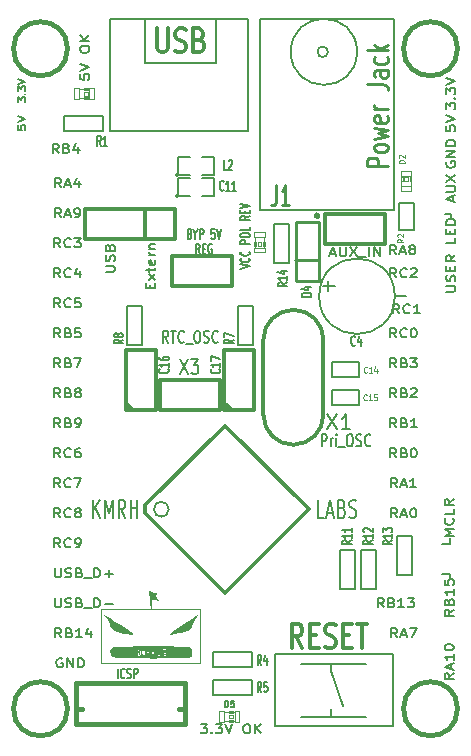
<source format=gto>
G04 (created by PCBNEW (2013-07-07 BZR 4022)-stable) date 12/3/2013 2:23:43 AM*
%MOIN*%
G04 Gerber Fmt 3.4, Leading zero omitted, Abs format*
%FSLAX34Y34*%
G01*
G70*
G90*
G04 APERTURE LIST*
%ADD10C,0.00590551*%
%ADD11C,0.005*%
%ADD12C,0.006*%
%ADD13C,0.01*%
%ADD14C,0.012*%
%ADD15C,0.0055*%
%ADD16C,0.0075*%
%ADD17C,0.007*%
%ADD18C,0.0079*%
%ADD19C,0.008*%
%ADD20C,0.0026*%
%ADD21C,0.004*%
%ADD22C,0.015*%
%ADD23C,0.0125*%
%ADD24C,0.0001*%
%ADD25C,0.0107*%
%ADD26C,0.0045*%
G04 APERTURE END LIST*
G54D10*
G54D11*
X24675Y-16000D02*
X24500Y-16000D01*
X24675Y-16100D02*
X24675Y-16000D01*
X24735Y-15583D02*
X24735Y-15416D01*
X24821Y-15616D02*
X24521Y-15500D01*
X24821Y-15383D01*
X24521Y-15266D02*
X24764Y-15266D01*
X24792Y-15250D01*
X24807Y-15233D01*
X24821Y-15200D01*
X24821Y-15133D01*
X24807Y-15100D01*
X24792Y-15083D01*
X24764Y-15066D01*
X24521Y-15066D01*
X24521Y-14933D02*
X24821Y-14700D01*
X24521Y-14700D02*
X24821Y-14933D01*
X24521Y-18608D02*
X24764Y-18608D01*
X24792Y-18591D01*
X24807Y-18575D01*
X24821Y-18541D01*
X24821Y-18475D01*
X24807Y-18441D01*
X24792Y-18425D01*
X24764Y-18408D01*
X24521Y-18408D01*
X24807Y-18258D02*
X24821Y-18208D01*
X24821Y-18125D01*
X24807Y-18091D01*
X24792Y-18075D01*
X24764Y-18058D01*
X24735Y-18058D01*
X24707Y-18075D01*
X24692Y-18091D01*
X24678Y-18125D01*
X24664Y-18191D01*
X24650Y-18225D01*
X24635Y-18241D01*
X24607Y-18258D01*
X24578Y-18258D01*
X24550Y-18241D01*
X24535Y-18225D01*
X24521Y-18191D01*
X24521Y-18108D01*
X24535Y-18058D01*
X24664Y-17908D02*
X24664Y-17791D01*
X24821Y-17741D02*
X24821Y-17908D01*
X24521Y-17908D01*
X24521Y-17741D01*
X24821Y-17391D02*
X24678Y-17508D01*
X24821Y-17591D02*
X24521Y-17591D01*
X24521Y-17458D01*
X24535Y-17425D01*
X24550Y-17408D01*
X24578Y-17391D01*
X24621Y-17391D01*
X24650Y-17408D01*
X24664Y-17425D01*
X24678Y-17458D01*
X24678Y-17591D01*
X24821Y-16808D02*
X24821Y-16975D01*
X24521Y-16975D01*
X24664Y-16691D02*
X24664Y-16575D01*
X24821Y-16525D02*
X24821Y-16691D01*
X24521Y-16691D01*
X24521Y-16525D01*
X24821Y-16375D02*
X24521Y-16375D01*
X24521Y-16291D01*
X24535Y-16241D01*
X24564Y-16208D01*
X24592Y-16191D01*
X24650Y-16175D01*
X24692Y-16175D01*
X24750Y-16191D01*
X24778Y-16208D01*
X24807Y-16241D01*
X24821Y-16291D01*
X24821Y-16375D01*
G54D12*
X20441Y-26132D02*
X20251Y-26132D01*
X20251Y-25532D01*
X20556Y-25961D02*
X20746Y-25961D01*
X20518Y-26132D02*
X20651Y-25532D01*
X20784Y-26132D01*
X21051Y-25818D02*
X21108Y-25847D01*
X21127Y-25875D01*
X21146Y-25932D01*
X21146Y-26018D01*
X21127Y-26075D01*
X21108Y-26104D01*
X21070Y-26132D01*
X20918Y-26132D01*
X20918Y-25532D01*
X21051Y-25532D01*
X21089Y-25561D01*
X21108Y-25590D01*
X21127Y-25647D01*
X21127Y-25704D01*
X21108Y-25761D01*
X21089Y-25790D01*
X21051Y-25818D01*
X20918Y-25818D01*
X21299Y-26104D02*
X21356Y-26132D01*
X21451Y-26132D01*
X21489Y-26104D01*
X21508Y-26075D01*
X21527Y-26018D01*
X21527Y-25961D01*
X21508Y-25904D01*
X21489Y-25875D01*
X21451Y-25847D01*
X21375Y-25818D01*
X21337Y-25790D01*
X21318Y-25761D01*
X21299Y-25704D01*
X21299Y-25647D01*
X21318Y-25590D01*
X21337Y-25561D01*
X21375Y-25532D01*
X21470Y-25532D01*
X21527Y-25561D01*
X12747Y-26132D02*
X12747Y-25532D01*
X12975Y-26132D02*
X12804Y-25790D01*
X12975Y-25532D02*
X12747Y-25875D01*
X13147Y-26132D02*
X13147Y-25532D01*
X13280Y-25961D01*
X13413Y-25532D01*
X13413Y-26132D01*
X13832Y-26132D02*
X13699Y-25847D01*
X13604Y-26132D02*
X13604Y-25532D01*
X13756Y-25532D01*
X13794Y-25561D01*
X13813Y-25590D01*
X13832Y-25647D01*
X13832Y-25732D01*
X13813Y-25790D01*
X13794Y-25818D01*
X13756Y-25847D01*
X13604Y-25847D01*
X14004Y-26132D02*
X14004Y-25532D01*
X14004Y-25818D02*
X14232Y-25818D01*
X14232Y-26132D02*
X14232Y-25532D01*
G54D13*
X22583Y-14411D02*
X21883Y-14411D01*
X21883Y-14221D01*
X21916Y-14173D01*
X21950Y-14149D01*
X22016Y-14126D01*
X22116Y-14126D01*
X22183Y-14149D01*
X22216Y-14173D01*
X22250Y-14221D01*
X22250Y-14411D01*
X22583Y-13840D02*
X22550Y-13888D01*
X22516Y-13911D01*
X22450Y-13935D01*
X22250Y-13935D01*
X22183Y-13911D01*
X22150Y-13888D01*
X22116Y-13840D01*
X22116Y-13769D01*
X22150Y-13721D01*
X22183Y-13697D01*
X22250Y-13673D01*
X22450Y-13673D01*
X22516Y-13697D01*
X22550Y-13721D01*
X22583Y-13769D01*
X22583Y-13840D01*
X22116Y-13507D02*
X22583Y-13411D01*
X22250Y-13316D01*
X22583Y-13221D01*
X22116Y-13126D01*
X22550Y-12745D02*
X22583Y-12792D01*
X22583Y-12888D01*
X22550Y-12935D01*
X22483Y-12959D01*
X22216Y-12959D01*
X22150Y-12935D01*
X22116Y-12888D01*
X22116Y-12792D01*
X22150Y-12745D01*
X22216Y-12721D01*
X22283Y-12721D01*
X22350Y-12959D01*
X22583Y-12507D02*
X22116Y-12507D01*
X22250Y-12507D02*
X22183Y-12483D01*
X22150Y-12459D01*
X22116Y-12411D01*
X22116Y-12364D01*
X21883Y-11673D02*
X22383Y-11673D01*
X22483Y-11697D01*
X22550Y-11745D01*
X22583Y-11816D01*
X22583Y-11864D01*
X22583Y-11221D02*
X22216Y-11221D01*
X22150Y-11245D01*
X22116Y-11292D01*
X22116Y-11388D01*
X22150Y-11435D01*
X22550Y-11221D02*
X22583Y-11269D01*
X22583Y-11388D01*
X22550Y-11435D01*
X22483Y-11459D01*
X22416Y-11459D01*
X22350Y-11435D01*
X22316Y-11388D01*
X22316Y-11269D01*
X22283Y-11221D01*
X22550Y-10769D02*
X22583Y-10816D01*
X22583Y-10911D01*
X22550Y-10959D01*
X22516Y-10983D01*
X22450Y-11007D01*
X22250Y-11007D01*
X22183Y-10983D01*
X22150Y-10959D01*
X22116Y-10911D01*
X22116Y-10816D01*
X22150Y-10769D01*
X22583Y-10554D02*
X21883Y-10554D01*
X22316Y-10507D02*
X22583Y-10364D01*
X22116Y-10364D02*
X22383Y-10554D01*
G54D14*
X14892Y-9823D02*
X14892Y-10471D01*
X14921Y-10547D01*
X14950Y-10585D01*
X15007Y-10623D01*
X15121Y-10623D01*
X15178Y-10585D01*
X15207Y-10547D01*
X15235Y-10471D01*
X15235Y-9823D01*
X15492Y-10585D02*
X15578Y-10623D01*
X15721Y-10623D01*
X15778Y-10585D01*
X15807Y-10547D01*
X15835Y-10471D01*
X15835Y-10395D01*
X15807Y-10319D01*
X15778Y-10280D01*
X15721Y-10242D01*
X15607Y-10204D01*
X15550Y-10166D01*
X15521Y-10128D01*
X15492Y-10052D01*
X15492Y-9976D01*
X15521Y-9900D01*
X15550Y-9861D01*
X15607Y-9823D01*
X15750Y-9823D01*
X15835Y-9861D01*
X16292Y-10204D02*
X16378Y-10242D01*
X16407Y-10280D01*
X16435Y-10357D01*
X16435Y-10471D01*
X16407Y-10547D01*
X16378Y-10585D01*
X16321Y-10623D01*
X16092Y-10623D01*
X16092Y-9823D01*
X16292Y-9823D01*
X16350Y-9861D01*
X16378Y-9900D01*
X16407Y-9976D01*
X16407Y-10052D01*
X16378Y-10128D01*
X16350Y-10166D01*
X16292Y-10204D01*
X16092Y-10204D01*
G54D15*
X24650Y-28000D02*
X24650Y-28150D01*
X24400Y-28000D02*
X24650Y-28000D01*
X24650Y-27000D02*
X24400Y-27000D01*
X24650Y-26800D02*
X24650Y-27000D01*
G54D13*
X19500Y-17550D02*
X20250Y-17550D01*
G54D11*
X17659Y-17829D02*
X17979Y-17755D01*
X17659Y-17682D01*
X17949Y-17483D02*
X17964Y-17493D01*
X17979Y-17525D01*
X17979Y-17546D01*
X17964Y-17577D01*
X17933Y-17598D01*
X17903Y-17609D01*
X17842Y-17619D01*
X17796Y-17619D01*
X17735Y-17609D01*
X17705Y-17598D01*
X17674Y-17577D01*
X17659Y-17546D01*
X17659Y-17525D01*
X17674Y-17493D01*
X17690Y-17483D01*
X17949Y-17263D02*
X17964Y-17273D01*
X17979Y-17305D01*
X17979Y-17326D01*
X17964Y-17357D01*
X17933Y-17378D01*
X17903Y-17389D01*
X17842Y-17399D01*
X17796Y-17399D01*
X17735Y-17389D01*
X17705Y-17378D01*
X17674Y-17357D01*
X17659Y-17326D01*
X17659Y-17305D01*
X17674Y-17273D01*
X17690Y-17263D01*
X17979Y-17001D02*
X17659Y-17001D01*
X17659Y-16917D01*
X17674Y-16896D01*
X17690Y-16886D01*
X17720Y-16875D01*
X17766Y-16875D01*
X17796Y-16886D01*
X17811Y-16896D01*
X17827Y-16917D01*
X17827Y-17001D01*
X17659Y-16739D02*
X17659Y-16697D01*
X17674Y-16676D01*
X17705Y-16655D01*
X17766Y-16645D01*
X17872Y-16645D01*
X17933Y-16655D01*
X17964Y-16676D01*
X17979Y-16697D01*
X17979Y-16739D01*
X17964Y-16760D01*
X17933Y-16781D01*
X17872Y-16791D01*
X17766Y-16791D01*
X17705Y-16781D01*
X17674Y-16760D01*
X17659Y-16739D01*
X17979Y-16446D02*
X17979Y-16550D01*
X17659Y-16550D01*
X17979Y-16079D02*
X17827Y-16152D01*
X17979Y-16205D02*
X17659Y-16205D01*
X17659Y-16121D01*
X17674Y-16100D01*
X17690Y-16090D01*
X17720Y-16079D01*
X17766Y-16079D01*
X17796Y-16090D01*
X17811Y-16100D01*
X17827Y-16121D01*
X17827Y-16205D01*
X17811Y-15985D02*
X17811Y-15911D01*
X17979Y-15880D02*
X17979Y-15985D01*
X17659Y-15985D01*
X17659Y-15880D01*
X17659Y-15817D02*
X17979Y-15744D01*
X17659Y-15670D01*
X16341Y-33021D02*
X16558Y-33021D01*
X16441Y-33135D01*
X16491Y-33135D01*
X16525Y-33150D01*
X16541Y-33164D01*
X16558Y-33192D01*
X16558Y-33264D01*
X16541Y-33292D01*
X16525Y-33307D01*
X16491Y-33321D01*
X16391Y-33321D01*
X16358Y-33307D01*
X16341Y-33292D01*
X16708Y-33292D02*
X16725Y-33307D01*
X16708Y-33321D01*
X16691Y-33307D01*
X16708Y-33292D01*
X16708Y-33321D01*
X16841Y-33021D02*
X17058Y-33021D01*
X16941Y-33135D01*
X16991Y-33135D01*
X17025Y-33150D01*
X17041Y-33164D01*
X17058Y-33192D01*
X17058Y-33264D01*
X17041Y-33292D01*
X17025Y-33307D01*
X16991Y-33321D01*
X16891Y-33321D01*
X16858Y-33307D01*
X16841Y-33292D01*
X17158Y-33021D02*
X17275Y-33321D01*
X17391Y-33021D01*
X17841Y-33021D02*
X17908Y-33021D01*
X17941Y-33035D01*
X17975Y-33064D01*
X17991Y-33121D01*
X17991Y-33221D01*
X17975Y-33278D01*
X17941Y-33307D01*
X17908Y-33321D01*
X17841Y-33321D01*
X17808Y-33307D01*
X17775Y-33278D01*
X17758Y-33221D01*
X17758Y-33121D01*
X17775Y-33064D01*
X17808Y-33035D01*
X17841Y-33021D01*
X18141Y-33321D02*
X18141Y-33021D01*
X18341Y-33321D02*
X18191Y-33150D01*
X18341Y-33021D02*
X18141Y-33192D01*
X13575Y-31479D02*
X13575Y-31159D01*
X13805Y-31449D02*
X13795Y-31464D01*
X13763Y-31479D01*
X13742Y-31479D01*
X13711Y-31464D01*
X13690Y-31433D01*
X13680Y-31403D01*
X13669Y-31342D01*
X13669Y-31296D01*
X13680Y-31235D01*
X13690Y-31205D01*
X13711Y-31174D01*
X13742Y-31159D01*
X13763Y-31159D01*
X13795Y-31174D01*
X13805Y-31190D01*
X13889Y-31464D02*
X13920Y-31479D01*
X13973Y-31479D01*
X13994Y-31464D01*
X14004Y-31449D01*
X14015Y-31418D01*
X14015Y-31388D01*
X14004Y-31357D01*
X13994Y-31342D01*
X13973Y-31327D01*
X13931Y-31311D01*
X13910Y-31296D01*
X13900Y-31281D01*
X13889Y-31250D01*
X13889Y-31220D01*
X13900Y-31190D01*
X13910Y-31174D01*
X13931Y-31159D01*
X13983Y-31159D01*
X14015Y-31174D01*
X14109Y-31479D02*
X14109Y-31159D01*
X14193Y-31159D01*
X14214Y-31174D01*
X14224Y-31190D01*
X14235Y-31220D01*
X14235Y-31266D01*
X14224Y-31296D01*
X14214Y-31311D01*
X14193Y-31327D01*
X14109Y-31327D01*
G54D14*
X19728Y-30473D02*
X19528Y-30092D01*
X19385Y-30473D02*
X19385Y-29673D01*
X19614Y-29673D01*
X19671Y-29711D01*
X19700Y-29750D01*
X19728Y-29826D01*
X19728Y-29940D01*
X19700Y-30016D01*
X19671Y-30054D01*
X19614Y-30092D01*
X19385Y-30092D01*
X19985Y-30054D02*
X20185Y-30054D01*
X20271Y-30473D02*
X19985Y-30473D01*
X19985Y-29673D01*
X20271Y-29673D01*
X20500Y-30435D02*
X20585Y-30473D01*
X20728Y-30473D01*
X20785Y-30435D01*
X20814Y-30397D01*
X20842Y-30321D01*
X20842Y-30245D01*
X20814Y-30169D01*
X20785Y-30130D01*
X20728Y-30092D01*
X20614Y-30054D01*
X20557Y-30016D01*
X20528Y-29978D01*
X20500Y-29902D01*
X20500Y-29826D01*
X20528Y-29750D01*
X20557Y-29711D01*
X20614Y-29673D01*
X20757Y-29673D01*
X20842Y-29711D01*
X21100Y-30054D02*
X21300Y-30054D01*
X21385Y-30473D02*
X21100Y-30473D01*
X21100Y-29673D01*
X21385Y-29673D01*
X21557Y-29673D02*
X21900Y-29673D01*
X21728Y-30473D02*
X21728Y-29673D01*
G54D11*
X15978Y-16661D02*
X16010Y-16677D01*
X16020Y-16692D01*
X16030Y-16722D01*
X16030Y-16768D01*
X16020Y-16799D01*
X16010Y-16814D01*
X15989Y-16829D01*
X15905Y-16829D01*
X15905Y-16509D01*
X15978Y-16509D01*
X15999Y-16524D01*
X16010Y-16540D01*
X16020Y-16570D01*
X16020Y-16600D01*
X16010Y-16631D01*
X15999Y-16646D01*
X15978Y-16661D01*
X15905Y-16661D01*
X16167Y-16677D02*
X16167Y-16829D01*
X16093Y-16509D02*
X16167Y-16677D01*
X16240Y-16509D01*
X16313Y-16829D02*
X16313Y-16509D01*
X16397Y-16509D01*
X16418Y-16524D01*
X16429Y-16540D01*
X16439Y-16570D01*
X16439Y-16616D01*
X16429Y-16646D01*
X16418Y-16661D01*
X16397Y-16677D01*
X16313Y-16677D01*
X16806Y-16509D02*
X16701Y-16509D01*
X16690Y-16661D01*
X16701Y-16646D01*
X16722Y-16631D01*
X16774Y-16631D01*
X16795Y-16646D01*
X16806Y-16661D01*
X16816Y-16692D01*
X16816Y-16768D01*
X16806Y-16799D01*
X16795Y-16814D01*
X16774Y-16829D01*
X16722Y-16829D01*
X16701Y-16814D01*
X16690Y-16799D01*
X16879Y-16509D02*
X16952Y-16829D01*
X17026Y-16509D01*
X16308Y-17327D02*
X16235Y-17175D01*
X16182Y-17327D02*
X16182Y-17007D01*
X16266Y-17007D01*
X16287Y-17022D01*
X16298Y-17038D01*
X16308Y-17068D01*
X16308Y-17114D01*
X16298Y-17144D01*
X16287Y-17159D01*
X16266Y-17175D01*
X16182Y-17175D01*
X16402Y-17159D02*
X16476Y-17159D01*
X16507Y-17327D02*
X16402Y-17327D01*
X16402Y-17007D01*
X16507Y-17007D01*
X16717Y-17022D02*
X16696Y-17007D01*
X16664Y-17007D01*
X16633Y-17022D01*
X16612Y-17053D01*
X16601Y-17083D01*
X16591Y-17144D01*
X16591Y-17190D01*
X16601Y-17251D01*
X16612Y-17281D01*
X16633Y-17312D01*
X16664Y-17327D01*
X16685Y-17327D01*
X16717Y-17312D01*
X16727Y-17297D01*
X16727Y-17190D01*
X16685Y-17190D01*
X12321Y-11358D02*
X12321Y-11524D01*
X12464Y-11541D01*
X12450Y-11524D01*
X12435Y-11491D01*
X12435Y-11408D01*
X12450Y-11374D01*
X12464Y-11358D01*
X12492Y-11341D01*
X12564Y-11341D01*
X12592Y-11358D01*
X12607Y-11374D01*
X12621Y-11408D01*
X12621Y-11491D01*
X12607Y-11524D01*
X12592Y-11541D01*
X12321Y-11241D02*
X12621Y-11124D01*
X12321Y-11008D01*
X12321Y-10558D02*
X12321Y-10491D01*
X12335Y-10458D01*
X12364Y-10424D01*
X12421Y-10408D01*
X12521Y-10408D01*
X12578Y-10424D01*
X12607Y-10458D01*
X12621Y-10491D01*
X12621Y-10558D01*
X12607Y-10591D01*
X12578Y-10624D01*
X12521Y-10641D01*
X12421Y-10641D01*
X12364Y-10624D01*
X12335Y-10591D01*
X12321Y-10558D01*
X12621Y-10258D02*
X12321Y-10258D01*
X12621Y-10058D02*
X12450Y-10208D01*
X12321Y-10058D02*
X12492Y-10258D01*
X24771Y-29200D02*
X24628Y-29316D01*
X24771Y-29400D02*
X24471Y-29400D01*
X24471Y-29266D01*
X24485Y-29233D01*
X24500Y-29216D01*
X24528Y-29200D01*
X24571Y-29200D01*
X24600Y-29216D01*
X24614Y-29233D01*
X24628Y-29266D01*
X24628Y-29400D01*
X24614Y-28933D02*
X24628Y-28883D01*
X24642Y-28866D01*
X24671Y-28850D01*
X24714Y-28850D01*
X24742Y-28866D01*
X24757Y-28883D01*
X24771Y-28916D01*
X24771Y-29050D01*
X24471Y-29050D01*
X24471Y-28933D01*
X24485Y-28900D01*
X24500Y-28883D01*
X24528Y-28866D01*
X24557Y-28866D01*
X24585Y-28883D01*
X24600Y-28900D01*
X24614Y-28933D01*
X24614Y-29050D01*
X24771Y-28516D02*
X24771Y-28716D01*
X24771Y-28616D02*
X24471Y-28616D01*
X24514Y-28650D01*
X24542Y-28683D01*
X24557Y-28716D01*
X24471Y-28200D02*
X24471Y-28366D01*
X24614Y-28383D01*
X24600Y-28366D01*
X24585Y-28333D01*
X24585Y-28250D01*
X24600Y-28216D01*
X24614Y-28200D01*
X24642Y-28183D01*
X24714Y-28183D01*
X24742Y-28200D01*
X24757Y-28216D01*
X24771Y-28250D01*
X24771Y-28333D01*
X24757Y-28366D01*
X24742Y-28383D01*
X24771Y-26758D02*
X24471Y-26758D01*
X24685Y-26641D01*
X24471Y-26525D01*
X24771Y-26525D01*
X24742Y-26158D02*
X24757Y-26175D01*
X24771Y-26225D01*
X24771Y-26258D01*
X24757Y-26308D01*
X24728Y-26341D01*
X24700Y-26358D01*
X24642Y-26375D01*
X24600Y-26375D01*
X24542Y-26358D01*
X24514Y-26341D01*
X24485Y-26308D01*
X24471Y-26258D01*
X24471Y-26225D01*
X24485Y-26175D01*
X24500Y-26158D01*
X24771Y-25841D02*
X24771Y-26008D01*
X24471Y-26008D01*
X24771Y-25524D02*
X24628Y-25641D01*
X24771Y-25724D02*
X24471Y-25724D01*
X24471Y-25591D01*
X24485Y-25558D01*
X24500Y-25541D01*
X24528Y-25524D01*
X24571Y-25524D01*
X24600Y-25541D01*
X24614Y-25558D01*
X24628Y-25591D01*
X24628Y-25724D01*
X22450Y-29121D02*
X22333Y-28978D01*
X22250Y-29121D02*
X22250Y-28821D01*
X22383Y-28821D01*
X22416Y-28835D01*
X22433Y-28850D01*
X22450Y-28878D01*
X22450Y-28921D01*
X22433Y-28950D01*
X22416Y-28964D01*
X22383Y-28978D01*
X22250Y-28978D01*
X22716Y-28964D02*
X22766Y-28978D01*
X22783Y-28992D01*
X22800Y-29021D01*
X22800Y-29064D01*
X22783Y-29092D01*
X22766Y-29107D01*
X22733Y-29121D01*
X22600Y-29121D01*
X22600Y-28821D01*
X22716Y-28821D01*
X22750Y-28835D01*
X22766Y-28850D01*
X22783Y-28878D01*
X22783Y-28907D01*
X22766Y-28935D01*
X22750Y-28950D01*
X22716Y-28964D01*
X22600Y-28964D01*
X23133Y-29121D02*
X22933Y-29121D01*
X23033Y-29121D02*
X23033Y-28821D01*
X23000Y-28864D01*
X22966Y-28892D01*
X22933Y-28907D01*
X23250Y-28821D02*
X23466Y-28821D01*
X23350Y-28935D01*
X23400Y-28935D01*
X23433Y-28950D01*
X23450Y-28964D01*
X23466Y-28992D01*
X23466Y-29064D01*
X23450Y-29092D01*
X23433Y-29107D01*
X23400Y-29121D01*
X23300Y-29121D01*
X23266Y-29107D01*
X23250Y-29092D01*
X22891Y-30121D02*
X22775Y-29978D01*
X22691Y-30121D02*
X22691Y-29821D01*
X22825Y-29821D01*
X22858Y-29835D01*
X22875Y-29850D01*
X22891Y-29878D01*
X22891Y-29921D01*
X22875Y-29950D01*
X22858Y-29964D01*
X22825Y-29978D01*
X22691Y-29978D01*
X23025Y-30035D02*
X23191Y-30035D01*
X22991Y-30121D02*
X23108Y-29821D01*
X23225Y-30121D01*
X23308Y-29821D02*
X23541Y-29821D01*
X23391Y-30121D01*
X24771Y-31325D02*
X24628Y-31441D01*
X24771Y-31525D02*
X24471Y-31525D01*
X24471Y-31391D01*
X24485Y-31358D01*
X24500Y-31341D01*
X24528Y-31325D01*
X24571Y-31325D01*
X24600Y-31341D01*
X24614Y-31358D01*
X24628Y-31391D01*
X24628Y-31525D01*
X24685Y-31191D02*
X24685Y-31025D01*
X24771Y-31225D02*
X24471Y-31108D01*
X24771Y-30991D01*
X24771Y-30691D02*
X24771Y-30891D01*
X24771Y-30791D02*
X24471Y-30791D01*
X24514Y-30825D01*
X24542Y-30858D01*
X24557Y-30891D01*
X24471Y-30475D02*
X24471Y-30441D01*
X24485Y-30408D01*
X24500Y-30391D01*
X24528Y-30375D01*
X24585Y-30358D01*
X24657Y-30358D01*
X24714Y-30375D01*
X24742Y-30391D01*
X24757Y-30408D01*
X24771Y-30441D01*
X24771Y-30475D01*
X24757Y-30508D01*
X24742Y-30525D01*
X24714Y-30541D01*
X24657Y-30558D01*
X24585Y-30558D01*
X24528Y-30541D01*
X24500Y-30525D01*
X24485Y-30508D01*
X24471Y-30475D01*
X22891Y-26121D02*
X22775Y-25978D01*
X22691Y-26121D02*
X22691Y-25821D01*
X22825Y-25821D01*
X22858Y-25835D01*
X22875Y-25850D01*
X22891Y-25878D01*
X22891Y-25921D01*
X22875Y-25950D01*
X22858Y-25964D01*
X22825Y-25978D01*
X22691Y-25978D01*
X23025Y-26035D02*
X23191Y-26035D01*
X22991Y-26121D02*
X23108Y-25821D01*
X23225Y-26121D01*
X23408Y-25821D02*
X23441Y-25821D01*
X23475Y-25835D01*
X23491Y-25850D01*
X23508Y-25878D01*
X23525Y-25935D01*
X23525Y-26007D01*
X23508Y-26064D01*
X23491Y-26092D01*
X23475Y-26107D01*
X23441Y-26121D01*
X23408Y-26121D01*
X23375Y-26107D01*
X23358Y-26092D01*
X23341Y-26064D01*
X23325Y-26007D01*
X23325Y-25935D01*
X23341Y-25878D01*
X23358Y-25850D01*
X23375Y-25835D01*
X23408Y-25821D01*
X22891Y-25121D02*
X22775Y-24978D01*
X22691Y-25121D02*
X22691Y-24821D01*
X22825Y-24821D01*
X22858Y-24835D01*
X22875Y-24850D01*
X22891Y-24878D01*
X22891Y-24921D01*
X22875Y-24950D01*
X22858Y-24964D01*
X22825Y-24978D01*
X22691Y-24978D01*
X23025Y-25035D02*
X23191Y-25035D01*
X22991Y-25121D02*
X23108Y-24821D01*
X23225Y-25121D01*
X23525Y-25121D02*
X23325Y-25121D01*
X23425Y-25121D02*
X23425Y-24821D01*
X23391Y-24864D01*
X23358Y-24892D01*
X23325Y-24907D01*
X22866Y-24121D02*
X22750Y-23978D01*
X22666Y-24121D02*
X22666Y-23821D01*
X22800Y-23821D01*
X22833Y-23835D01*
X22850Y-23850D01*
X22866Y-23878D01*
X22866Y-23921D01*
X22850Y-23950D01*
X22833Y-23964D01*
X22800Y-23978D01*
X22666Y-23978D01*
X23133Y-23964D02*
X23183Y-23978D01*
X23200Y-23992D01*
X23216Y-24021D01*
X23216Y-24064D01*
X23200Y-24092D01*
X23183Y-24107D01*
X23150Y-24121D01*
X23016Y-24121D01*
X23016Y-23821D01*
X23133Y-23821D01*
X23166Y-23835D01*
X23183Y-23850D01*
X23200Y-23878D01*
X23200Y-23907D01*
X23183Y-23935D01*
X23166Y-23950D01*
X23133Y-23964D01*
X23016Y-23964D01*
X23433Y-23821D02*
X23466Y-23821D01*
X23500Y-23835D01*
X23516Y-23850D01*
X23533Y-23878D01*
X23550Y-23935D01*
X23550Y-24007D01*
X23533Y-24064D01*
X23516Y-24092D01*
X23500Y-24107D01*
X23466Y-24121D01*
X23433Y-24121D01*
X23400Y-24107D01*
X23383Y-24092D01*
X23366Y-24064D01*
X23350Y-24007D01*
X23350Y-23935D01*
X23366Y-23878D01*
X23383Y-23850D01*
X23400Y-23835D01*
X23433Y-23821D01*
X22866Y-23121D02*
X22750Y-22978D01*
X22666Y-23121D02*
X22666Y-22821D01*
X22800Y-22821D01*
X22833Y-22835D01*
X22850Y-22850D01*
X22866Y-22878D01*
X22866Y-22921D01*
X22850Y-22950D01*
X22833Y-22964D01*
X22800Y-22978D01*
X22666Y-22978D01*
X23133Y-22964D02*
X23183Y-22978D01*
X23200Y-22992D01*
X23216Y-23021D01*
X23216Y-23064D01*
X23200Y-23092D01*
X23183Y-23107D01*
X23150Y-23121D01*
X23016Y-23121D01*
X23016Y-22821D01*
X23133Y-22821D01*
X23166Y-22835D01*
X23183Y-22850D01*
X23200Y-22878D01*
X23200Y-22907D01*
X23183Y-22935D01*
X23166Y-22950D01*
X23133Y-22964D01*
X23016Y-22964D01*
X23550Y-23121D02*
X23350Y-23121D01*
X23450Y-23121D02*
X23450Y-22821D01*
X23416Y-22864D01*
X23383Y-22892D01*
X23350Y-22907D01*
X22866Y-22121D02*
X22750Y-21978D01*
X22666Y-22121D02*
X22666Y-21821D01*
X22800Y-21821D01*
X22833Y-21835D01*
X22850Y-21850D01*
X22866Y-21878D01*
X22866Y-21921D01*
X22850Y-21950D01*
X22833Y-21964D01*
X22800Y-21978D01*
X22666Y-21978D01*
X23133Y-21964D02*
X23183Y-21978D01*
X23200Y-21992D01*
X23216Y-22021D01*
X23216Y-22064D01*
X23200Y-22092D01*
X23183Y-22107D01*
X23150Y-22121D01*
X23016Y-22121D01*
X23016Y-21821D01*
X23133Y-21821D01*
X23166Y-21835D01*
X23183Y-21850D01*
X23200Y-21878D01*
X23200Y-21907D01*
X23183Y-21935D01*
X23166Y-21950D01*
X23133Y-21964D01*
X23016Y-21964D01*
X23350Y-21850D02*
X23366Y-21835D01*
X23400Y-21821D01*
X23483Y-21821D01*
X23516Y-21835D01*
X23533Y-21850D01*
X23550Y-21878D01*
X23550Y-21907D01*
X23533Y-21950D01*
X23333Y-22121D01*
X23550Y-22121D01*
X22866Y-21121D02*
X22750Y-20978D01*
X22666Y-21121D02*
X22666Y-20821D01*
X22800Y-20821D01*
X22833Y-20835D01*
X22850Y-20850D01*
X22866Y-20878D01*
X22866Y-20921D01*
X22850Y-20950D01*
X22833Y-20964D01*
X22800Y-20978D01*
X22666Y-20978D01*
X23133Y-20964D02*
X23183Y-20978D01*
X23200Y-20992D01*
X23216Y-21021D01*
X23216Y-21064D01*
X23200Y-21092D01*
X23183Y-21107D01*
X23150Y-21121D01*
X23016Y-21121D01*
X23016Y-20821D01*
X23133Y-20821D01*
X23166Y-20835D01*
X23183Y-20850D01*
X23200Y-20878D01*
X23200Y-20907D01*
X23183Y-20935D01*
X23166Y-20950D01*
X23133Y-20964D01*
X23016Y-20964D01*
X23333Y-20821D02*
X23550Y-20821D01*
X23433Y-20935D01*
X23483Y-20935D01*
X23516Y-20950D01*
X23533Y-20964D01*
X23550Y-20992D01*
X23550Y-21064D01*
X23533Y-21092D01*
X23516Y-21107D01*
X23483Y-21121D01*
X23383Y-21121D01*
X23350Y-21107D01*
X23333Y-21092D01*
X22866Y-20121D02*
X22750Y-19978D01*
X22666Y-20121D02*
X22666Y-19821D01*
X22800Y-19821D01*
X22833Y-19835D01*
X22850Y-19850D01*
X22866Y-19878D01*
X22866Y-19921D01*
X22850Y-19950D01*
X22833Y-19964D01*
X22800Y-19978D01*
X22666Y-19978D01*
X23216Y-20092D02*
X23200Y-20107D01*
X23150Y-20121D01*
X23116Y-20121D01*
X23066Y-20107D01*
X23033Y-20078D01*
X23016Y-20050D01*
X23000Y-19992D01*
X23000Y-19950D01*
X23016Y-19892D01*
X23033Y-19864D01*
X23066Y-19835D01*
X23116Y-19821D01*
X23150Y-19821D01*
X23200Y-19835D01*
X23216Y-19850D01*
X23433Y-19821D02*
X23466Y-19821D01*
X23500Y-19835D01*
X23516Y-19850D01*
X23533Y-19878D01*
X23550Y-19935D01*
X23550Y-20007D01*
X23533Y-20064D01*
X23516Y-20092D01*
X23500Y-20107D01*
X23466Y-20121D01*
X23433Y-20121D01*
X23400Y-20107D01*
X23383Y-20092D01*
X23366Y-20064D01*
X23350Y-20007D01*
X23350Y-19935D01*
X23366Y-19878D01*
X23383Y-19850D01*
X23400Y-19835D01*
X23433Y-19821D01*
X22966Y-19321D02*
X22850Y-19178D01*
X22766Y-19321D02*
X22766Y-19021D01*
X22900Y-19021D01*
X22933Y-19035D01*
X22950Y-19050D01*
X22966Y-19078D01*
X22966Y-19121D01*
X22950Y-19150D01*
X22933Y-19164D01*
X22900Y-19178D01*
X22766Y-19178D01*
X23316Y-19292D02*
X23300Y-19307D01*
X23250Y-19321D01*
X23216Y-19321D01*
X23166Y-19307D01*
X23133Y-19278D01*
X23116Y-19250D01*
X23100Y-19192D01*
X23100Y-19150D01*
X23116Y-19092D01*
X23133Y-19064D01*
X23166Y-19035D01*
X23216Y-19021D01*
X23250Y-19021D01*
X23300Y-19035D01*
X23316Y-19050D01*
X23650Y-19321D02*
X23450Y-19321D01*
X23550Y-19321D02*
X23550Y-19021D01*
X23516Y-19064D01*
X23483Y-19092D01*
X23450Y-19107D01*
X22866Y-18121D02*
X22750Y-17978D01*
X22666Y-18121D02*
X22666Y-17821D01*
X22800Y-17821D01*
X22833Y-17835D01*
X22850Y-17850D01*
X22866Y-17878D01*
X22866Y-17921D01*
X22850Y-17950D01*
X22833Y-17964D01*
X22800Y-17978D01*
X22666Y-17978D01*
X23216Y-18092D02*
X23200Y-18107D01*
X23150Y-18121D01*
X23116Y-18121D01*
X23066Y-18107D01*
X23033Y-18078D01*
X23016Y-18050D01*
X23000Y-17992D01*
X23000Y-17950D01*
X23016Y-17892D01*
X23033Y-17864D01*
X23066Y-17835D01*
X23116Y-17821D01*
X23150Y-17821D01*
X23200Y-17835D01*
X23216Y-17850D01*
X23350Y-17850D02*
X23366Y-17835D01*
X23400Y-17821D01*
X23483Y-17821D01*
X23516Y-17835D01*
X23533Y-17850D01*
X23550Y-17878D01*
X23550Y-17907D01*
X23533Y-17950D01*
X23333Y-18121D01*
X23550Y-18121D01*
X22866Y-17346D02*
X22750Y-17203D01*
X22666Y-17346D02*
X22666Y-17046D01*
X22800Y-17046D01*
X22833Y-17060D01*
X22850Y-17075D01*
X22866Y-17103D01*
X22866Y-17146D01*
X22850Y-17175D01*
X22833Y-17189D01*
X22800Y-17203D01*
X22666Y-17203D01*
X23000Y-17260D02*
X23166Y-17260D01*
X22966Y-17346D02*
X23083Y-17046D01*
X23200Y-17346D01*
X23366Y-17175D02*
X23333Y-17160D01*
X23316Y-17146D01*
X23300Y-17117D01*
X23300Y-17103D01*
X23316Y-17075D01*
X23333Y-17060D01*
X23366Y-17046D01*
X23433Y-17046D01*
X23466Y-17060D01*
X23483Y-17075D01*
X23500Y-17103D01*
X23500Y-17117D01*
X23483Y-17146D01*
X23466Y-17160D01*
X23433Y-17175D01*
X23366Y-17175D01*
X23333Y-17189D01*
X23316Y-17203D01*
X23300Y-17232D01*
X23300Y-17289D01*
X23316Y-17317D01*
X23333Y-17332D01*
X23366Y-17346D01*
X23433Y-17346D01*
X23466Y-17332D01*
X23483Y-17317D01*
X23500Y-17289D01*
X23500Y-17232D01*
X23483Y-17203D01*
X23466Y-17189D01*
X23433Y-17175D01*
X24535Y-14266D02*
X24521Y-14299D01*
X24521Y-14349D01*
X24535Y-14399D01*
X24564Y-14433D01*
X24592Y-14449D01*
X24650Y-14466D01*
X24692Y-14466D01*
X24750Y-14449D01*
X24778Y-14433D01*
X24807Y-14399D01*
X24821Y-14349D01*
X24821Y-14316D01*
X24807Y-14266D01*
X24792Y-14249D01*
X24692Y-14249D01*
X24692Y-14316D01*
X24821Y-14099D02*
X24521Y-14099D01*
X24821Y-13899D01*
X24521Y-13899D01*
X24821Y-13733D02*
X24521Y-13733D01*
X24521Y-13650D01*
X24535Y-13600D01*
X24564Y-13566D01*
X24592Y-13550D01*
X24650Y-13533D01*
X24692Y-13533D01*
X24750Y-13550D01*
X24778Y-13566D01*
X24807Y-13600D01*
X24821Y-13650D01*
X24821Y-13733D01*
X24521Y-13066D02*
X24521Y-13233D01*
X24664Y-13250D01*
X24650Y-13233D01*
X24635Y-13200D01*
X24635Y-13116D01*
X24650Y-13083D01*
X24664Y-13066D01*
X24692Y-13050D01*
X24764Y-13050D01*
X24792Y-13066D01*
X24807Y-13083D01*
X24821Y-13116D01*
X24821Y-13200D01*
X24807Y-13233D01*
X24792Y-13250D01*
X24521Y-12949D02*
X24821Y-12833D01*
X24521Y-12716D01*
X24521Y-12516D02*
X24521Y-12300D01*
X24635Y-12416D01*
X24635Y-12366D01*
X24650Y-12333D01*
X24664Y-12316D01*
X24692Y-12300D01*
X24764Y-12300D01*
X24792Y-12316D01*
X24807Y-12333D01*
X24821Y-12366D01*
X24821Y-12466D01*
X24807Y-12500D01*
X24792Y-12516D01*
X24792Y-12149D02*
X24807Y-12133D01*
X24821Y-12149D01*
X24807Y-12166D01*
X24792Y-12149D01*
X24821Y-12149D01*
X24521Y-12016D02*
X24521Y-11800D01*
X24635Y-11916D01*
X24635Y-11866D01*
X24650Y-11833D01*
X24664Y-11816D01*
X24692Y-11800D01*
X24764Y-11800D01*
X24792Y-11816D01*
X24807Y-11833D01*
X24821Y-11866D01*
X24821Y-11966D01*
X24807Y-12000D01*
X24792Y-12016D01*
X24521Y-11699D02*
X24821Y-11583D01*
X24521Y-11466D01*
X11616Y-13971D02*
X11500Y-13828D01*
X11416Y-13971D02*
X11416Y-13671D01*
X11550Y-13671D01*
X11583Y-13685D01*
X11600Y-13700D01*
X11616Y-13728D01*
X11616Y-13771D01*
X11600Y-13800D01*
X11583Y-13814D01*
X11550Y-13828D01*
X11416Y-13828D01*
X11883Y-13814D02*
X11933Y-13828D01*
X11950Y-13842D01*
X11966Y-13871D01*
X11966Y-13914D01*
X11950Y-13942D01*
X11933Y-13957D01*
X11900Y-13971D01*
X11766Y-13971D01*
X11766Y-13671D01*
X11883Y-13671D01*
X11916Y-13685D01*
X11933Y-13700D01*
X11950Y-13728D01*
X11950Y-13757D01*
X11933Y-13785D01*
X11916Y-13800D01*
X11883Y-13814D01*
X11766Y-13814D01*
X12266Y-13771D02*
X12266Y-13971D01*
X12183Y-13657D02*
X12100Y-13871D01*
X12316Y-13871D01*
X11691Y-15121D02*
X11575Y-14978D01*
X11491Y-15121D02*
X11491Y-14821D01*
X11625Y-14821D01*
X11658Y-14835D01*
X11675Y-14850D01*
X11691Y-14878D01*
X11691Y-14921D01*
X11675Y-14950D01*
X11658Y-14964D01*
X11625Y-14978D01*
X11491Y-14978D01*
X11825Y-15035D02*
X11991Y-15035D01*
X11791Y-15121D02*
X11908Y-14821D01*
X12025Y-15121D01*
X12291Y-14921D02*
X12291Y-15121D01*
X12208Y-14807D02*
X12125Y-15021D01*
X12341Y-15021D01*
X10251Y-13057D02*
X10251Y-13199D01*
X10370Y-13214D01*
X10358Y-13199D01*
X10346Y-13171D01*
X10346Y-13099D01*
X10358Y-13071D01*
X10370Y-13057D01*
X10394Y-13042D01*
X10453Y-13042D01*
X10477Y-13057D01*
X10489Y-13071D01*
X10501Y-13099D01*
X10501Y-13171D01*
X10489Y-13199D01*
X10477Y-13214D01*
X10251Y-12957D02*
X10501Y-12857D01*
X10251Y-12757D01*
X11691Y-16121D02*
X11575Y-15978D01*
X11491Y-16121D02*
X11491Y-15821D01*
X11625Y-15821D01*
X11658Y-15835D01*
X11675Y-15850D01*
X11691Y-15878D01*
X11691Y-15921D01*
X11675Y-15950D01*
X11658Y-15964D01*
X11625Y-15978D01*
X11491Y-15978D01*
X11825Y-16035D02*
X11991Y-16035D01*
X11791Y-16121D02*
X11908Y-15821D01*
X12025Y-16121D01*
X12158Y-16121D02*
X12225Y-16121D01*
X12258Y-16107D01*
X12275Y-16092D01*
X12308Y-16050D01*
X12325Y-15992D01*
X12325Y-15878D01*
X12308Y-15850D01*
X12291Y-15835D01*
X12258Y-15821D01*
X12191Y-15821D01*
X12158Y-15835D01*
X12141Y-15850D01*
X12125Y-15878D01*
X12125Y-15950D01*
X12141Y-15978D01*
X12158Y-15992D01*
X12191Y-16007D01*
X12258Y-16007D01*
X12291Y-15992D01*
X12308Y-15978D01*
X12325Y-15950D01*
X11666Y-17121D02*
X11550Y-16978D01*
X11466Y-17121D02*
X11466Y-16821D01*
X11600Y-16821D01*
X11633Y-16835D01*
X11650Y-16850D01*
X11666Y-16878D01*
X11666Y-16921D01*
X11650Y-16950D01*
X11633Y-16964D01*
X11600Y-16978D01*
X11466Y-16978D01*
X12016Y-17092D02*
X12000Y-17107D01*
X11950Y-17121D01*
X11916Y-17121D01*
X11866Y-17107D01*
X11833Y-17078D01*
X11816Y-17050D01*
X11800Y-16992D01*
X11800Y-16950D01*
X11816Y-16892D01*
X11833Y-16864D01*
X11866Y-16835D01*
X11916Y-16821D01*
X11950Y-16821D01*
X12000Y-16835D01*
X12016Y-16850D01*
X12133Y-16821D02*
X12350Y-16821D01*
X12233Y-16935D01*
X12283Y-16935D01*
X12316Y-16950D01*
X12333Y-16964D01*
X12350Y-16992D01*
X12350Y-17064D01*
X12333Y-17092D01*
X12316Y-17107D01*
X12283Y-17121D01*
X12183Y-17121D01*
X12150Y-17107D01*
X12133Y-17092D01*
X11666Y-18121D02*
X11550Y-17978D01*
X11466Y-18121D02*
X11466Y-17821D01*
X11600Y-17821D01*
X11633Y-17835D01*
X11650Y-17850D01*
X11666Y-17878D01*
X11666Y-17921D01*
X11650Y-17950D01*
X11633Y-17964D01*
X11600Y-17978D01*
X11466Y-17978D01*
X12016Y-18092D02*
X12000Y-18107D01*
X11950Y-18121D01*
X11916Y-18121D01*
X11866Y-18107D01*
X11833Y-18078D01*
X11816Y-18050D01*
X11800Y-17992D01*
X11800Y-17950D01*
X11816Y-17892D01*
X11833Y-17864D01*
X11866Y-17835D01*
X11916Y-17821D01*
X11950Y-17821D01*
X12000Y-17835D01*
X12016Y-17850D01*
X12316Y-17921D02*
X12316Y-18121D01*
X12233Y-17807D02*
X12150Y-18021D01*
X12366Y-18021D01*
X11666Y-19121D02*
X11550Y-18978D01*
X11466Y-19121D02*
X11466Y-18821D01*
X11600Y-18821D01*
X11633Y-18835D01*
X11650Y-18850D01*
X11666Y-18878D01*
X11666Y-18921D01*
X11650Y-18950D01*
X11633Y-18964D01*
X11600Y-18978D01*
X11466Y-18978D01*
X12016Y-19092D02*
X12000Y-19107D01*
X11950Y-19121D01*
X11916Y-19121D01*
X11866Y-19107D01*
X11833Y-19078D01*
X11816Y-19050D01*
X11800Y-18992D01*
X11800Y-18950D01*
X11816Y-18892D01*
X11833Y-18864D01*
X11866Y-18835D01*
X11916Y-18821D01*
X11950Y-18821D01*
X12000Y-18835D01*
X12016Y-18850D01*
X12333Y-18821D02*
X12166Y-18821D01*
X12150Y-18964D01*
X12166Y-18950D01*
X12200Y-18935D01*
X12283Y-18935D01*
X12316Y-18950D01*
X12333Y-18964D01*
X12350Y-18992D01*
X12350Y-19064D01*
X12333Y-19092D01*
X12316Y-19107D01*
X12283Y-19121D01*
X12200Y-19121D01*
X12166Y-19107D01*
X12150Y-19092D01*
X11666Y-20121D02*
X11550Y-19978D01*
X11466Y-20121D02*
X11466Y-19821D01*
X11600Y-19821D01*
X11633Y-19835D01*
X11650Y-19850D01*
X11666Y-19878D01*
X11666Y-19921D01*
X11650Y-19950D01*
X11633Y-19964D01*
X11600Y-19978D01*
X11466Y-19978D01*
X11933Y-19964D02*
X11983Y-19978D01*
X12000Y-19992D01*
X12016Y-20021D01*
X12016Y-20064D01*
X12000Y-20092D01*
X11983Y-20107D01*
X11950Y-20121D01*
X11816Y-20121D01*
X11816Y-19821D01*
X11933Y-19821D01*
X11966Y-19835D01*
X11983Y-19850D01*
X12000Y-19878D01*
X12000Y-19907D01*
X11983Y-19935D01*
X11966Y-19950D01*
X11933Y-19964D01*
X11816Y-19964D01*
X12333Y-19821D02*
X12166Y-19821D01*
X12150Y-19964D01*
X12166Y-19950D01*
X12200Y-19935D01*
X12283Y-19935D01*
X12316Y-19950D01*
X12333Y-19964D01*
X12350Y-19992D01*
X12350Y-20064D01*
X12333Y-20092D01*
X12316Y-20107D01*
X12283Y-20121D01*
X12200Y-20121D01*
X12166Y-20107D01*
X12150Y-20092D01*
X11666Y-21121D02*
X11550Y-20978D01*
X11466Y-21121D02*
X11466Y-20821D01*
X11600Y-20821D01*
X11633Y-20835D01*
X11650Y-20850D01*
X11666Y-20878D01*
X11666Y-20921D01*
X11650Y-20950D01*
X11633Y-20964D01*
X11600Y-20978D01*
X11466Y-20978D01*
X11933Y-20964D02*
X11983Y-20978D01*
X12000Y-20992D01*
X12016Y-21021D01*
X12016Y-21064D01*
X12000Y-21092D01*
X11983Y-21107D01*
X11950Y-21121D01*
X11816Y-21121D01*
X11816Y-20821D01*
X11933Y-20821D01*
X11966Y-20835D01*
X11983Y-20850D01*
X12000Y-20878D01*
X12000Y-20907D01*
X11983Y-20935D01*
X11966Y-20950D01*
X11933Y-20964D01*
X11816Y-20964D01*
X12133Y-20821D02*
X12366Y-20821D01*
X12216Y-21121D01*
X11666Y-22121D02*
X11550Y-21978D01*
X11466Y-22121D02*
X11466Y-21821D01*
X11600Y-21821D01*
X11633Y-21835D01*
X11650Y-21850D01*
X11666Y-21878D01*
X11666Y-21921D01*
X11650Y-21950D01*
X11633Y-21964D01*
X11600Y-21978D01*
X11466Y-21978D01*
X11933Y-21964D02*
X11983Y-21978D01*
X12000Y-21992D01*
X12016Y-22021D01*
X12016Y-22064D01*
X12000Y-22092D01*
X11983Y-22107D01*
X11950Y-22121D01*
X11816Y-22121D01*
X11816Y-21821D01*
X11933Y-21821D01*
X11966Y-21835D01*
X11983Y-21850D01*
X12000Y-21878D01*
X12000Y-21907D01*
X11983Y-21935D01*
X11966Y-21950D01*
X11933Y-21964D01*
X11816Y-21964D01*
X12216Y-21950D02*
X12183Y-21935D01*
X12166Y-21921D01*
X12150Y-21892D01*
X12150Y-21878D01*
X12166Y-21850D01*
X12183Y-21835D01*
X12216Y-21821D01*
X12283Y-21821D01*
X12316Y-21835D01*
X12333Y-21850D01*
X12350Y-21878D01*
X12350Y-21892D01*
X12333Y-21921D01*
X12316Y-21935D01*
X12283Y-21950D01*
X12216Y-21950D01*
X12183Y-21964D01*
X12166Y-21978D01*
X12150Y-22007D01*
X12150Y-22064D01*
X12166Y-22092D01*
X12183Y-22107D01*
X12216Y-22121D01*
X12283Y-22121D01*
X12316Y-22107D01*
X12333Y-22092D01*
X12350Y-22064D01*
X12350Y-22007D01*
X12333Y-21978D01*
X12316Y-21964D01*
X12283Y-21950D01*
X11666Y-23121D02*
X11550Y-22978D01*
X11466Y-23121D02*
X11466Y-22821D01*
X11600Y-22821D01*
X11633Y-22835D01*
X11650Y-22850D01*
X11666Y-22878D01*
X11666Y-22921D01*
X11650Y-22950D01*
X11633Y-22964D01*
X11600Y-22978D01*
X11466Y-22978D01*
X11933Y-22964D02*
X11983Y-22978D01*
X12000Y-22992D01*
X12016Y-23021D01*
X12016Y-23064D01*
X12000Y-23092D01*
X11983Y-23107D01*
X11950Y-23121D01*
X11816Y-23121D01*
X11816Y-22821D01*
X11933Y-22821D01*
X11966Y-22835D01*
X11983Y-22850D01*
X12000Y-22878D01*
X12000Y-22907D01*
X11983Y-22935D01*
X11966Y-22950D01*
X11933Y-22964D01*
X11816Y-22964D01*
X12183Y-23121D02*
X12250Y-23121D01*
X12283Y-23107D01*
X12300Y-23092D01*
X12333Y-23050D01*
X12350Y-22992D01*
X12350Y-22878D01*
X12333Y-22850D01*
X12316Y-22835D01*
X12283Y-22821D01*
X12216Y-22821D01*
X12183Y-22835D01*
X12166Y-22850D01*
X12150Y-22878D01*
X12150Y-22950D01*
X12166Y-22978D01*
X12183Y-22992D01*
X12216Y-23007D01*
X12283Y-23007D01*
X12316Y-22992D01*
X12333Y-22978D01*
X12350Y-22950D01*
X11666Y-24121D02*
X11550Y-23978D01*
X11466Y-24121D02*
X11466Y-23821D01*
X11600Y-23821D01*
X11633Y-23835D01*
X11650Y-23850D01*
X11666Y-23878D01*
X11666Y-23921D01*
X11650Y-23950D01*
X11633Y-23964D01*
X11600Y-23978D01*
X11466Y-23978D01*
X12016Y-24092D02*
X12000Y-24107D01*
X11950Y-24121D01*
X11916Y-24121D01*
X11866Y-24107D01*
X11833Y-24078D01*
X11816Y-24050D01*
X11800Y-23992D01*
X11800Y-23950D01*
X11816Y-23892D01*
X11833Y-23864D01*
X11866Y-23835D01*
X11916Y-23821D01*
X11950Y-23821D01*
X12000Y-23835D01*
X12016Y-23850D01*
X12316Y-23821D02*
X12250Y-23821D01*
X12216Y-23835D01*
X12200Y-23850D01*
X12166Y-23892D01*
X12150Y-23950D01*
X12150Y-24064D01*
X12166Y-24092D01*
X12183Y-24107D01*
X12216Y-24121D01*
X12283Y-24121D01*
X12316Y-24107D01*
X12333Y-24092D01*
X12350Y-24064D01*
X12350Y-23992D01*
X12333Y-23964D01*
X12316Y-23950D01*
X12283Y-23935D01*
X12216Y-23935D01*
X12183Y-23950D01*
X12166Y-23964D01*
X12150Y-23992D01*
X11666Y-25121D02*
X11550Y-24978D01*
X11466Y-25121D02*
X11466Y-24821D01*
X11600Y-24821D01*
X11633Y-24835D01*
X11650Y-24850D01*
X11666Y-24878D01*
X11666Y-24921D01*
X11650Y-24950D01*
X11633Y-24964D01*
X11600Y-24978D01*
X11466Y-24978D01*
X12016Y-25092D02*
X12000Y-25107D01*
X11950Y-25121D01*
X11916Y-25121D01*
X11866Y-25107D01*
X11833Y-25078D01*
X11816Y-25050D01*
X11800Y-24992D01*
X11800Y-24950D01*
X11816Y-24892D01*
X11833Y-24864D01*
X11866Y-24835D01*
X11916Y-24821D01*
X11950Y-24821D01*
X12000Y-24835D01*
X12016Y-24850D01*
X12133Y-24821D02*
X12366Y-24821D01*
X12216Y-25121D01*
X11666Y-26121D02*
X11550Y-25978D01*
X11466Y-26121D02*
X11466Y-25821D01*
X11600Y-25821D01*
X11633Y-25835D01*
X11650Y-25850D01*
X11666Y-25878D01*
X11666Y-25921D01*
X11650Y-25950D01*
X11633Y-25964D01*
X11600Y-25978D01*
X11466Y-25978D01*
X12016Y-26092D02*
X12000Y-26107D01*
X11950Y-26121D01*
X11916Y-26121D01*
X11866Y-26107D01*
X11833Y-26078D01*
X11816Y-26050D01*
X11800Y-25992D01*
X11800Y-25950D01*
X11816Y-25892D01*
X11833Y-25864D01*
X11866Y-25835D01*
X11916Y-25821D01*
X11950Y-25821D01*
X12000Y-25835D01*
X12016Y-25850D01*
X12216Y-25950D02*
X12183Y-25935D01*
X12166Y-25921D01*
X12150Y-25892D01*
X12150Y-25878D01*
X12166Y-25850D01*
X12183Y-25835D01*
X12216Y-25821D01*
X12283Y-25821D01*
X12316Y-25835D01*
X12333Y-25850D01*
X12350Y-25878D01*
X12350Y-25892D01*
X12333Y-25921D01*
X12316Y-25935D01*
X12283Y-25950D01*
X12216Y-25950D01*
X12183Y-25964D01*
X12166Y-25978D01*
X12150Y-26007D01*
X12150Y-26064D01*
X12166Y-26092D01*
X12183Y-26107D01*
X12216Y-26121D01*
X12283Y-26121D01*
X12316Y-26107D01*
X12333Y-26092D01*
X12350Y-26064D01*
X12350Y-26007D01*
X12333Y-25978D01*
X12316Y-25964D01*
X12283Y-25950D01*
X11666Y-27121D02*
X11550Y-26978D01*
X11466Y-27121D02*
X11466Y-26821D01*
X11600Y-26821D01*
X11633Y-26835D01*
X11650Y-26850D01*
X11666Y-26878D01*
X11666Y-26921D01*
X11650Y-26950D01*
X11633Y-26964D01*
X11600Y-26978D01*
X11466Y-26978D01*
X12016Y-27092D02*
X12000Y-27107D01*
X11950Y-27121D01*
X11916Y-27121D01*
X11866Y-27107D01*
X11833Y-27078D01*
X11816Y-27050D01*
X11800Y-26992D01*
X11800Y-26950D01*
X11816Y-26892D01*
X11833Y-26864D01*
X11866Y-26835D01*
X11916Y-26821D01*
X11950Y-26821D01*
X12000Y-26835D01*
X12016Y-26850D01*
X12183Y-27121D02*
X12250Y-27121D01*
X12283Y-27107D01*
X12300Y-27092D01*
X12333Y-27050D01*
X12350Y-26992D01*
X12350Y-26878D01*
X12333Y-26850D01*
X12316Y-26835D01*
X12283Y-26821D01*
X12216Y-26821D01*
X12183Y-26835D01*
X12166Y-26850D01*
X12150Y-26878D01*
X12150Y-26950D01*
X12166Y-26978D01*
X12183Y-26992D01*
X12216Y-27007D01*
X12283Y-27007D01*
X12316Y-26992D01*
X12333Y-26978D01*
X12350Y-26950D01*
X11483Y-27821D02*
X11483Y-28064D01*
X11500Y-28092D01*
X11516Y-28107D01*
X11550Y-28121D01*
X11616Y-28121D01*
X11650Y-28107D01*
X11666Y-28092D01*
X11683Y-28064D01*
X11683Y-27821D01*
X11833Y-28107D02*
X11883Y-28121D01*
X11966Y-28121D01*
X12000Y-28107D01*
X12016Y-28092D01*
X12033Y-28064D01*
X12033Y-28035D01*
X12016Y-28007D01*
X12000Y-27992D01*
X11966Y-27978D01*
X11900Y-27964D01*
X11866Y-27950D01*
X11850Y-27935D01*
X11833Y-27907D01*
X11833Y-27878D01*
X11850Y-27850D01*
X11866Y-27835D01*
X11900Y-27821D01*
X11983Y-27821D01*
X12033Y-27835D01*
X12300Y-27964D02*
X12350Y-27978D01*
X12366Y-27992D01*
X12383Y-28021D01*
X12383Y-28064D01*
X12366Y-28092D01*
X12350Y-28107D01*
X12316Y-28121D01*
X12183Y-28121D01*
X12183Y-27821D01*
X12300Y-27821D01*
X12333Y-27835D01*
X12350Y-27850D01*
X12366Y-27878D01*
X12366Y-27907D01*
X12350Y-27935D01*
X12333Y-27950D01*
X12300Y-27964D01*
X12183Y-27964D01*
X12450Y-28150D02*
X12716Y-28150D01*
X12800Y-28121D02*
X12800Y-27821D01*
X12883Y-27821D01*
X12933Y-27835D01*
X12966Y-27864D01*
X12983Y-27892D01*
X13000Y-27950D01*
X13000Y-27992D01*
X12983Y-28050D01*
X12966Y-28078D01*
X12933Y-28107D01*
X12883Y-28121D01*
X12800Y-28121D01*
X13150Y-28007D02*
X13416Y-28007D01*
X13283Y-28121D02*
X13283Y-27892D01*
X11483Y-28821D02*
X11483Y-29064D01*
X11500Y-29092D01*
X11516Y-29107D01*
X11550Y-29121D01*
X11616Y-29121D01*
X11650Y-29107D01*
X11666Y-29092D01*
X11683Y-29064D01*
X11683Y-28821D01*
X11833Y-29107D02*
X11883Y-29121D01*
X11966Y-29121D01*
X12000Y-29107D01*
X12016Y-29092D01*
X12033Y-29064D01*
X12033Y-29035D01*
X12016Y-29007D01*
X12000Y-28992D01*
X11966Y-28978D01*
X11900Y-28964D01*
X11866Y-28950D01*
X11850Y-28935D01*
X11833Y-28907D01*
X11833Y-28878D01*
X11850Y-28850D01*
X11866Y-28835D01*
X11900Y-28821D01*
X11983Y-28821D01*
X12033Y-28835D01*
X12300Y-28964D02*
X12350Y-28978D01*
X12366Y-28992D01*
X12383Y-29021D01*
X12383Y-29064D01*
X12366Y-29092D01*
X12350Y-29107D01*
X12316Y-29121D01*
X12183Y-29121D01*
X12183Y-28821D01*
X12300Y-28821D01*
X12333Y-28835D01*
X12350Y-28850D01*
X12366Y-28878D01*
X12366Y-28907D01*
X12350Y-28935D01*
X12333Y-28950D01*
X12300Y-28964D01*
X12183Y-28964D01*
X12450Y-29150D02*
X12716Y-29150D01*
X12800Y-29121D02*
X12800Y-28821D01*
X12883Y-28821D01*
X12933Y-28835D01*
X12966Y-28864D01*
X12983Y-28892D01*
X13000Y-28950D01*
X13000Y-28992D01*
X12983Y-29050D01*
X12966Y-29078D01*
X12933Y-29107D01*
X12883Y-29121D01*
X12800Y-29121D01*
X13150Y-29007D02*
X13416Y-29007D01*
X11700Y-30121D02*
X11583Y-29978D01*
X11500Y-30121D02*
X11500Y-29821D01*
X11633Y-29821D01*
X11666Y-29835D01*
X11683Y-29850D01*
X11700Y-29878D01*
X11700Y-29921D01*
X11683Y-29950D01*
X11666Y-29964D01*
X11633Y-29978D01*
X11500Y-29978D01*
X11966Y-29964D02*
X12016Y-29978D01*
X12033Y-29992D01*
X12050Y-30021D01*
X12050Y-30064D01*
X12033Y-30092D01*
X12016Y-30107D01*
X11983Y-30121D01*
X11850Y-30121D01*
X11850Y-29821D01*
X11966Y-29821D01*
X12000Y-29835D01*
X12016Y-29850D01*
X12033Y-29878D01*
X12033Y-29907D01*
X12016Y-29935D01*
X12000Y-29950D01*
X11966Y-29964D01*
X11850Y-29964D01*
X12383Y-30121D02*
X12183Y-30121D01*
X12283Y-30121D02*
X12283Y-29821D01*
X12250Y-29864D01*
X12216Y-29892D01*
X12183Y-29907D01*
X12683Y-29921D02*
X12683Y-30121D01*
X12600Y-29807D02*
X12516Y-30021D01*
X12733Y-30021D01*
X11733Y-30835D02*
X11700Y-30821D01*
X11650Y-30821D01*
X11600Y-30835D01*
X11566Y-30864D01*
X11550Y-30892D01*
X11533Y-30950D01*
X11533Y-30992D01*
X11550Y-31050D01*
X11566Y-31078D01*
X11600Y-31107D01*
X11650Y-31121D01*
X11683Y-31121D01*
X11733Y-31107D01*
X11750Y-31092D01*
X11750Y-30992D01*
X11683Y-30992D01*
X11900Y-31121D02*
X11900Y-30821D01*
X12100Y-31121D01*
X12100Y-30821D01*
X12266Y-31121D02*
X12266Y-30821D01*
X12350Y-30821D01*
X12400Y-30835D01*
X12433Y-30864D01*
X12450Y-30892D01*
X12466Y-30950D01*
X12466Y-30992D01*
X12450Y-31050D01*
X12433Y-31078D01*
X12400Y-31107D01*
X12350Y-31121D01*
X12266Y-31121D01*
X10251Y-12269D02*
X10251Y-12114D01*
X10346Y-12197D01*
X10346Y-12161D01*
X10358Y-12138D01*
X10370Y-12126D01*
X10394Y-12114D01*
X10453Y-12114D01*
X10477Y-12126D01*
X10489Y-12138D01*
X10501Y-12161D01*
X10501Y-12233D01*
X10489Y-12257D01*
X10477Y-12269D01*
X10477Y-12007D02*
X10489Y-11995D01*
X10501Y-12007D01*
X10489Y-12019D01*
X10477Y-12007D01*
X10501Y-12007D01*
X10251Y-11911D02*
X10251Y-11757D01*
X10346Y-11840D01*
X10346Y-11804D01*
X10358Y-11780D01*
X10370Y-11769D01*
X10394Y-11757D01*
X10453Y-11757D01*
X10477Y-11769D01*
X10489Y-11780D01*
X10501Y-11804D01*
X10501Y-11876D01*
X10489Y-11900D01*
X10477Y-11911D01*
X10251Y-11685D02*
X10501Y-11602D01*
X10251Y-11519D01*
G54D16*
X20372Y-23751D02*
X20372Y-23351D01*
X20487Y-23351D01*
X20515Y-23370D01*
X20530Y-23390D01*
X20544Y-23428D01*
X20544Y-23485D01*
X20530Y-23523D01*
X20515Y-23542D01*
X20487Y-23561D01*
X20372Y-23561D01*
X20672Y-23751D02*
X20672Y-23485D01*
X20672Y-23561D02*
X20687Y-23523D01*
X20701Y-23504D01*
X20730Y-23485D01*
X20758Y-23485D01*
X20858Y-23751D02*
X20858Y-23485D01*
X20858Y-23351D02*
X20844Y-23370D01*
X20858Y-23390D01*
X20872Y-23370D01*
X20858Y-23351D01*
X20858Y-23390D01*
X20930Y-23790D02*
X21158Y-23790D01*
X21287Y-23351D02*
X21344Y-23351D01*
X21372Y-23370D01*
X21401Y-23409D01*
X21415Y-23485D01*
X21415Y-23618D01*
X21401Y-23694D01*
X21372Y-23732D01*
X21344Y-23751D01*
X21287Y-23751D01*
X21258Y-23732D01*
X21230Y-23694D01*
X21215Y-23618D01*
X21215Y-23485D01*
X21230Y-23409D01*
X21258Y-23370D01*
X21287Y-23351D01*
X21530Y-23732D02*
X21572Y-23751D01*
X21644Y-23751D01*
X21672Y-23732D01*
X21687Y-23713D01*
X21701Y-23675D01*
X21701Y-23637D01*
X21687Y-23599D01*
X21672Y-23580D01*
X21644Y-23561D01*
X21587Y-23542D01*
X21558Y-23523D01*
X21544Y-23504D01*
X21530Y-23466D01*
X21530Y-23428D01*
X21544Y-23390D01*
X21558Y-23370D01*
X21587Y-23351D01*
X21658Y-23351D01*
X21701Y-23370D01*
X22001Y-23713D02*
X21987Y-23732D01*
X21944Y-23751D01*
X21915Y-23751D01*
X21872Y-23732D01*
X21844Y-23694D01*
X21830Y-23656D01*
X21815Y-23580D01*
X21815Y-23523D01*
X21830Y-23447D01*
X21844Y-23409D01*
X21872Y-23370D01*
X21915Y-23351D01*
X21944Y-23351D01*
X21987Y-23370D01*
X22001Y-23390D01*
G54D12*
X15254Y-20301D02*
X15154Y-20111D01*
X15082Y-20301D02*
X15082Y-19901D01*
X15197Y-19901D01*
X15225Y-19920D01*
X15240Y-19940D01*
X15254Y-19978D01*
X15254Y-20035D01*
X15240Y-20073D01*
X15225Y-20092D01*
X15197Y-20111D01*
X15082Y-20111D01*
X15340Y-19901D02*
X15511Y-19901D01*
X15425Y-20301D02*
X15425Y-19901D01*
X15782Y-20263D02*
X15768Y-20282D01*
X15725Y-20301D01*
X15697Y-20301D01*
X15654Y-20282D01*
X15625Y-20244D01*
X15611Y-20206D01*
X15597Y-20130D01*
X15597Y-20073D01*
X15611Y-19997D01*
X15625Y-19959D01*
X15654Y-19920D01*
X15697Y-19901D01*
X15725Y-19901D01*
X15768Y-19920D01*
X15782Y-19940D01*
X15840Y-20340D02*
X16068Y-20340D01*
X16197Y-19901D02*
X16254Y-19901D01*
X16282Y-19920D01*
X16311Y-19959D01*
X16325Y-20035D01*
X16325Y-20168D01*
X16311Y-20244D01*
X16282Y-20282D01*
X16254Y-20301D01*
X16197Y-20301D01*
X16168Y-20282D01*
X16140Y-20244D01*
X16125Y-20168D01*
X16125Y-20035D01*
X16140Y-19959D01*
X16168Y-19920D01*
X16197Y-19901D01*
X16440Y-20282D02*
X16482Y-20301D01*
X16554Y-20301D01*
X16582Y-20282D01*
X16597Y-20263D01*
X16611Y-20225D01*
X16611Y-20187D01*
X16597Y-20149D01*
X16582Y-20130D01*
X16554Y-20111D01*
X16497Y-20092D01*
X16468Y-20073D01*
X16454Y-20054D01*
X16440Y-20016D01*
X16440Y-19978D01*
X16454Y-19940D01*
X16468Y-19920D01*
X16497Y-19901D01*
X16568Y-19901D01*
X16611Y-19920D01*
X16911Y-20263D02*
X16897Y-20282D01*
X16854Y-20301D01*
X16825Y-20301D01*
X16782Y-20282D01*
X16754Y-20244D01*
X16740Y-20206D01*
X16725Y-20130D01*
X16725Y-20073D01*
X16740Y-19997D01*
X16754Y-19959D01*
X16782Y-19920D01*
X16825Y-19901D01*
X16854Y-19901D01*
X16897Y-19920D01*
X16911Y-19940D01*
G54D11*
X20666Y-17335D02*
X20833Y-17335D01*
X20633Y-17421D02*
X20750Y-17121D01*
X20866Y-17421D01*
X20983Y-17121D02*
X20983Y-17364D01*
X21000Y-17392D01*
X21016Y-17407D01*
X21050Y-17421D01*
X21116Y-17421D01*
X21150Y-17407D01*
X21166Y-17392D01*
X21183Y-17364D01*
X21183Y-17121D01*
X21316Y-17121D02*
X21550Y-17421D01*
X21550Y-17121D02*
X21316Y-17421D01*
X21600Y-17450D02*
X21866Y-17450D01*
X21950Y-17421D02*
X21950Y-17121D01*
X22116Y-17421D02*
X22116Y-17121D01*
X22316Y-17421D01*
X22316Y-17121D01*
G54D17*
X14664Y-18483D02*
X14664Y-18366D01*
X14821Y-18316D02*
X14821Y-18483D01*
X14521Y-18483D01*
X14521Y-18316D01*
X14821Y-18200D02*
X14621Y-18016D01*
X14621Y-18200D02*
X14821Y-18016D01*
X14621Y-17933D02*
X14621Y-17800D01*
X14521Y-17883D02*
X14778Y-17883D01*
X14807Y-17866D01*
X14821Y-17833D01*
X14821Y-17800D01*
X14807Y-17550D02*
X14821Y-17583D01*
X14821Y-17650D01*
X14807Y-17683D01*
X14778Y-17700D01*
X14664Y-17700D01*
X14635Y-17683D01*
X14621Y-17650D01*
X14621Y-17583D01*
X14635Y-17550D01*
X14664Y-17533D01*
X14692Y-17533D01*
X14721Y-17700D01*
X14821Y-17383D02*
X14621Y-17383D01*
X14678Y-17383D02*
X14650Y-17366D01*
X14635Y-17350D01*
X14621Y-17316D01*
X14621Y-17283D01*
X14621Y-17166D02*
X14821Y-17166D01*
X14650Y-17166D02*
X14635Y-17150D01*
X14621Y-17116D01*
X14621Y-17066D01*
X14635Y-17033D01*
X14664Y-17016D01*
X14821Y-17016D01*
X13171Y-17941D02*
X13414Y-17941D01*
X13442Y-17925D01*
X13457Y-17908D01*
X13471Y-17875D01*
X13471Y-17808D01*
X13457Y-17775D01*
X13442Y-17758D01*
X13414Y-17741D01*
X13171Y-17741D01*
X13457Y-17591D02*
X13471Y-17541D01*
X13471Y-17458D01*
X13457Y-17425D01*
X13442Y-17408D01*
X13414Y-17391D01*
X13385Y-17391D01*
X13357Y-17408D01*
X13342Y-17425D01*
X13328Y-17458D01*
X13314Y-17525D01*
X13300Y-17558D01*
X13285Y-17575D01*
X13257Y-17591D01*
X13228Y-17591D01*
X13200Y-17575D01*
X13185Y-17558D01*
X13171Y-17525D01*
X13171Y-17441D01*
X13185Y-17391D01*
X13314Y-17125D02*
X13328Y-17075D01*
X13342Y-17058D01*
X13371Y-17041D01*
X13414Y-17041D01*
X13442Y-17058D01*
X13457Y-17075D01*
X13471Y-17108D01*
X13471Y-17241D01*
X13171Y-17241D01*
X13171Y-17125D01*
X13185Y-17091D01*
X13200Y-17075D01*
X13228Y-17058D01*
X13257Y-17058D01*
X13285Y-17075D01*
X13300Y-17091D01*
X13314Y-17125D01*
X13314Y-17241D01*
G54D18*
X16846Y-10976D02*
X16846Y-9697D01*
X14484Y-9697D02*
X14484Y-10976D01*
X16846Y-9500D02*
X14484Y-9500D01*
X13402Y-9500D02*
X14484Y-9500D01*
X14484Y-9500D02*
X14484Y-9697D01*
X14484Y-10976D02*
X16846Y-10976D01*
X16846Y-9697D02*
X16846Y-9500D01*
X16846Y-9500D02*
X17929Y-9500D01*
X17929Y-9500D02*
X17929Y-13240D01*
X17929Y-13240D02*
X13303Y-13240D01*
X13303Y-13240D02*
X13303Y-9500D01*
X13303Y-9500D02*
X13402Y-9500D01*
G54D14*
X17150Y-23063D02*
X19936Y-25850D01*
X19936Y-25850D02*
X17150Y-28636D01*
X14498Y-25984D02*
X17150Y-28636D01*
X14498Y-25715D02*
X17150Y-23063D01*
X14498Y-25984D02*
X14498Y-25715D01*
G54D19*
X15278Y-25850D02*
G75*
G03X15278Y-25850I-250J0D01*
G74*
G01*
G54D11*
X22900Y-27150D02*
X22900Y-26750D01*
X22900Y-26750D02*
X23400Y-26750D01*
X23400Y-26750D02*
X23400Y-28050D01*
X23400Y-28050D02*
X22900Y-28050D01*
X22900Y-28050D02*
X22900Y-27150D01*
X22900Y-26750D02*
X23400Y-26750D01*
X23400Y-28050D02*
X22900Y-28050D01*
X21700Y-27600D02*
X21700Y-27200D01*
X21700Y-27200D02*
X22200Y-27200D01*
X22200Y-27200D02*
X22200Y-28500D01*
X22200Y-28500D02*
X21700Y-28500D01*
X21700Y-28500D02*
X21700Y-27600D01*
X21700Y-27200D02*
X22200Y-27200D01*
X22200Y-28500D02*
X21700Y-28500D01*
X21000Y-27600D02*
X21000Y-27200D01*
X21000Y-27200D02*
X21500Y-27200D01*
X21500Y-27200D02*
X21500Y-28500D01*
X21500Y-28500D02*
X21000Y-28500D01*
X21000Y-28500D02*
X21000Y-27600D01*
X21000Y-27200D02*
X21500Y-27200D01*
X21500Y-28500D02*
X21000Y-28500D01*
X13900Y-19480D02*
X13900Y-19080D01*
X13900Y-19080D02*
X14400Y-19080D01*
X14400Y-19080D02*
X14400Y-20380D01*
X14400Y-20380D02*
X13900Y-20380D01*
X13900Y-20380D02*
X13900Y-19480D01*
X13900Y-19080D02*
X14400Y-19080D01*
X14400Y-20380D02*
X13900Y-20380D01*
X17570Y-19480D02*
X17570Y-19080D01*
X17570Y-19080D02*
X18070Y-19080D01*
X18070Y-19080D02*
X18070Y-20380D01*
X18070Y-20380D02*
X17570Y-20380D01*
X17570Y-20380D02*
X17570Y-19480D01*
X17570Y-19080D02*
X18070Y-19080D01*
X18070Y-20380D02*
X17570Y-20380D01*
X17150Y-32050D02*
X16750Y-32050D01*
X16750Y-32050D02*
X16750Y-31550D01*
X16750Y-31550D02*
X18050Y-31550D01*
X18050Y-31550D02*
X18050Y-32050D01*
X18050Y-32050D02*
X17150Y-32050D01*
X16750Y-32050D02*
X16750Y-31550D01*
X18050Y-31550D02*
X18050Y-32050D01*
X17650Y-30600D02*
X18050Y-30600D01*
X18050Y-30600D02*
X18050Y-31100D01*
X18050Y-31100D02*
X16750Y-31100D01*
X16750Y-31100D02*
X16750Y-30600D01*
X16750Y-30600D02*
X17650Y-30600D01*
X18050Y-30600D02*
X18050Y-31100D01*
X16750Y-31100D02*
X16750Y-30600D01*
X12700Y-12750D02*
X13100Y-12750D01*
X13100Y-12750D02*
X13100Y-13250D01*
X13100Y-13250D02*
X11800Y-13250D01*
X11800Y-13250D02*
X11800Y-12750D01*
X11800Y-12750D02*
X12700Y-12750D01*
X13100Y-12750D02*
X13100Y-13250D01*
X11800Y-13250D02*
X11800Y-12750D01*
G54D14*
X15500Y-15850D02*
X15500Y-16850D01*
X15500Y-16850D02*
X12500Y-16850D01*
X12500Y-16850D02*
X12500Y-15850D01*
X12500Y-15850D02*
X15500Y-15850D01*
X14500Y-16850D02*
X14500Y-15850D01*
X14980Y-22540D02*
X14980Y-21540D01*
X14980Y-21540D02*
X16980Y-21540D01*
X16980Y-21540D02*
X16980Y-22540D01*
X16980Y-22540D02*
X14980Y-22540D01*
X17400Y-17400D02*
X17400Y-18400D01*
X17400Y-18400D02*
X15400Y-18400D01*
X15400Y-18400D02*
X15400Y-17400D01*
X15400Y-17400D02*
X17400Y-17400D01*
X20500Y-17000D02*
X20500Y-16000D01*
X20500Y-16000D02*
X22500Y-16000D01*
X22500Y-16000D02*
X22500Y-17000D01*
X22500Y-17000D02*
X20500Y-17000D01*
G54D18*
X20584Y-10603D02*
G75*
G03X20584Y-10603I-175J0D01*
G74*
G01*
X21552Y-10603D02*
G75*
G03X21552Y-10603I-1103J0D01*
G74*
G01*
X18323Y-9500D02*
X18323Y-15878D01*
X18323Y-15878D02*
X22772Y-15878D01*
X22772Y-15878D02*
X22772Y-9500D01*
X22772Y-9500D02*
X18323Y-9500D01*
G54D20*
X12627Y-11823D02*
X12627Y-12177D01*
X12627Y-12177D02*
X12784Y-12177D01*
X12784Y-11823D02*
X12784Y-12177D01*
X12627Y-11823D02*
X12784Y-11823D01*
X12116Y-11823D02*
X12116Y-12177D01*
X12116Y-12177D02*
X12273Y-12177D01*
X12273Y-11823D02*
X12273Y-12177D01*
X12116Y-11823D02*
X12273Y-11823D01*
X12450Y-11823D02*
X12450Y-11882D01*
X12450Y-11882D02*
X12568Y-11882D01*
X12568Y-11823D02*
X12568Y-11882D01*
X12450Y-11823D02*
X12568Y-11823D01*
X12450Y-12118D02*
X12450Y-12177D01*
X12450Y-12177D02*
X12568Y-12177D01*
X12568Y-12118D02*
X12568Y-12177D01*
X12450Y-12118D02*
X12568Y-12118D01*
X12450Y-11941D02*
X12450Y-12059D01*
X12450Y-12059D02*
X12568Y-12059D01*
X12568Y-11941D02*
X12568Y-12059D01*
X12450Y-11941D02*
X12568Y-11941D01*
G54D21*
X12627Y-11843D02*
X12273Y-11843D01*
X12627Y-12157D02*
X12273Y-12157D01*
G54D20*
X23013Y-14733D02*
X23367Y-14733D01*
X23367Y-14733D02*
X23367Y-14576D01*
X23013Y-14576D02*
X23367Y-14576D01*
X23013Y-14733D02*
X23013Y-14576D01*
X23013Y-15244D02*
X23367Y-15244D01*
X23367Y-15244D02*
X23367Y-15087D01*
X23013Y-15087D02*
X23367Y-15087D01*
X23013Y-15244D02*
X23013Y-15087D01*
X23013Y-14910D02*
X23072Y-14910D01*
X23072Y-14910D02*
X23072Y-14792D01*
X23013Y-14792D02*
X23072Y-14792D01*
X23013Y-14910D02*
X23013Y-14792D01*
X23308Y-14910D02*
X23367Y-14910D01*
X23367Y-14910D02*
X23367Y-14792D01*
X23308Y-14792D02*
X23367Y-14792D01*
X23308Y-14910D02*
X23308Y-14792D01*
X23131Y-14910D02*
X23249Y-14910D01*
X23249Y-14910D02*
X23249Y-14792D01*
X23131Y-14792D02*
X23249Y-14792D01*
X23131Y-14910D02*
X23131Y-14792D01*
G54D21*
X23033Y-14733D02*
X23033Y-15087D01*
X23347Y-14733D02*
X23347Y-15087D01*
G54D18*
X22810Y-18750D02*
G75*
G03X22810Y-18750I-1260J0D01*
G74*
G01*
G54D11*
X20594Y-18566D02*
X20594Y-18226D01*
X20414Y-18396D02*
X20804Y-18396D01*
X23168Y-18750D02*
X22838Y-18750D01*
G54D14*
X13840Y-22530D02*
X13840Y-20550D01*
X13840Y-20550D02*
X14840Y-20550D01*
X14840Y-20550D02*
X14840Y-22550D01*
X14840Y-22550D02*
X13840Y-22550D01*
X14090Y-22550D02*
X13840Y-22300D01*
X17120Y-22530D02*
X17120Y-20550D01*
X17120Y-20550D02*
X18120Y-20550D01*
X18120Y-20550D02*
X18120Y-22550D01*
X18120Y-22550D02*
X17120Y-22550D01*
X17370Y-22550D02*
X17120Y-22300D01*
G54D18*
X21798Y-31000D02*
X21838Y-31000D01*
X19712Y-31000D02*
X19672Y-31000D01*
X20696Y-31236D02*
X21090Y-32417D01*
X20696Y-32772D02*
X20696Y-32496D01*
X20696Y-31000D02*
X20696Y-31236D01*
X19672Y-32772D02*
X21838Y-32772D01*
X19712Y-31000D02*
X21838Y-31000D01*
X18806Y-33087D02*
X18806Y-30685D01*
X18806Y-30685D02*
X22743Y-30685D01*
X22743Y-30685D02*
X22743Y-33087D01*
X22743Y-33087D02*
X18806Y-33087D01*
G54D22*
X15811Y-32500D02*
X15614Y-32500D01*
X12189Y-32500D02*
X12386Y-32500D01*
X12386Y-32500D02*
X12307Y-32500D01*
X12189Y-32500D02*
X12189Y-31634D01*
X12189Y-31634D02*
X15811Y-31634D01*
X15811Y-31634D02*
X15811Y-33012D01*
X15811Y-33012D02*
X12189Y-33012D01*
X12189Y-33012D02*
X12189Y-32500D01*
X11900Y-32500D02*
G75*
G03X11900Y-32500I-900J0D01*
G74*
G01*
X24900Y-32500D02*
G75*
G03X24900Y-32500I-900J0D01*
G74*
G01*
X24900Y-10500D02*
G75*
G03X24900Y-10500I-900J0D01*
G74*
G01*
X11900Y-10500D02*
G75*
G03X11900Y-10500I-900J0D01*
G74*
G01*
X20254Y-16069D02*
G75*
G03X20254Y-16069I-39J0D01*
G74*
G01*
G54D13*
X20294Y-16541D02*
X20294Y-16266D01*
X20294Y-16305D02*
X20294Y-18234D01*
X20294Y-18234D02*
X19506Y-18234D01*
X19506Y-18234D02*
X19506Y-16266D01*
X19506Y-16266D02*
X20294Y-16266D01*
G54D11*
X19300Y-17250D02*
X19300Y-17650D01*
X19300Y-17650D02*
X18800Y-17650D01*
X18800Y-17650D02*
X18800Y-16350D01*
X18800Y-16350D02*
X19300Y-16350D01*
X19300Y-16350D02*
X19300Y-17250D01*
X19300Y-17650D02*
X18800Y-17650D01*
X18800Y-16350D02*
X19300Y-16350D01*
G54D20*
X18477Y-17127D02*
X18123Y-17127D01*
X18123Y-17127D02*
X18123Y-17284D01*
X18477Y-17284D02*
X18123Y-17284D01*
X18477Y-17127D02*
X18477Y-17284D01*
X18477Y-16616D02*
X18123Y-16616D01*
X18123Y-16616D02*
X18123Y-16773D01*
X18477Y-16773D02*
X18123Y-16773D01*
X18477Y-16616D02*
X18477Y-16773D01*
X18477Y-16950D02*
X18418Y-16950D01*
X18418Y-16950D02*
X18418Y-17068D01*
X18477Y-17068D02*
X18418Y-17068D01*
X18477Y-16950D02*
X18477Y-17068D01*
X18182Y-16950D02*
X18123Y-16950D01*
X18123Y-16950D02*
X18123Y-17068D01*
X18182Y-17068D02*
X18123Y-17068D01*
X18182Y-16950D02*
X18182Y-17068D01*
X18359Y-16950D02*
X18241Y-16950D01*
X18241Y-16950D02*
X18241Y-17068D01*
X18359Y-17068D02*
X18241Y-17068D01*
X18359Y-16950D02*
X18359Y-17068D01*
G54D21*
X18457Y-17127D02*
X18457Y-16773D01*
X18143Y-17127D02*
X18143Y-16773D01*
G54D11*
X15600Y-15400D02*
G75*
G03X15600Y-15400I-50J0D01*
G74*
G01*
X16000Y-15400D02*
X15600Y-15400D01*
X15600Y-15400D02*
X15600Y-14800D01*
X15600Y-14800D02*
X16000Y-14800D01*
X16400Y-14800D02*
X16800Y-14800D01*
X16800Y-14800D02*
X16800Y-15400D01*
X16800Y-15400D02*
X16400Y-15400D01*
X15600Y-14700D02*
G75*
G03X15600Y-14700I-50J0D01*
G74*
G01*
X16000Y-14700D02*
X15600Y-14700D01*
X15600Y-14700D02*
X15600Y-14100D01*
X15600Y-14100D02*
X16000Y-14100D01*
X16400Y-14100D02*
X16800Y-14100D01*
X16800Y-14100D02*
X16800Y-14700D01*
X16800Y-14700D02*
X16400Y-14700D01*
X20730Y-21870D02*
X21630Y-21870D01*
X21630Y-21870D02*
X21630Y-22370D01*
X21630Y-22370D02*
X20730Y-22370D01*
X20730Y-22370D02*
X20730Y-21870D01*
X20730Y-20950D02*
X21630Y-20950D01*
X21630Y-20950D02*
X21630Y-21450D01*
X21630Y-21450D02*
X20730Y-21450D01*
X20730Y-21450D02*
X20730Y-20950D01*
G54D23*
X18430Y-20200D02*
X18430Y-22700D01*
X20430Y-20200D02*
X20430Y-22700D01*
X19430Y-23700D02*
G75*
G03X20430Y-22700I0J1000D01*
G74*
G01*
X18430Y-22700D02*
G75*
G03X19430Y-23700I1000J0D01*
G74*
G01*
X20430Y-20200D02*
G75*
G03X19430Y-19200I-1000J0D01*
G74*
G01*
X19430Y-19200D02*
G75*
G03X18430Y-20200I0J-1000D01*
G74*
G01*
G54D11*
X22950Y-16550D02*
X22950Y-15650D01*
X22950Y-15650D02*
X23450Y-15650D01*
X23450Y-15650D02*
X23450Y-16550D01*
X23450Y-16550D02*
X22950Y-16550D01*
G54D20*
X17477Y-32583D02*
X17477Y-32937D01*
X17477Y-32937D02*
X17634Y-32937D01*
X17634Y-32583D02*
X17634Y-32937D01*
X17477Y-32583D02*
X17634Y-32583D01*
X16966Y-32583D02*
X16966Y-32937D01*
X16966Y-32937D02*
X17123Y-32937D01*
X17123Y-32583D02*
X17123Y-32937D01*
X16966Y-32583D02*
X17123Y-32583D01*
X17300Y-32583D02*
X17300Y-32642D01*
X17300Y-32642D02*
X17418Y-32642D01*
X17418Y-32583D02*
X17418Y-32642D01*
X17300Y-32583D02*
X17418Y-32583D01*
X17300Y-32878D02*
X17300Y-32937D01*
X17300Y-32937D02*
X17418Y-32937D01*
X17418Y-32878D02*
X17418Y-32937D01*
X17300Y-32878D02*
X17418Y-32878D01*
X17300Y-32701D02*
X17300Y-32819D01*
X17300Y-32819D02*
X17418Y-32819D01*
X17418Y-32701D02*
X17418Y-32819D01*
X17300Y-32701D02*
X17418Y-32701D01*
G54D21*
X17477Y-32603D02*
X17123Y-32603D01*
X17477Y-32917D02*
X17123Y-32917D01*
G54D24*
G36*
X16366Y-31023D02*
X16366Y-29190D01*
X14733Y-29190D01*
X14733Y-28862D01*
X14839Y-28892D01*
X14910Y-28909D01*
X14959Y-28891D01*
X14897Y-28802D01*
X14855Y-28750D01*
X14858Y-28700D01*
X14881Y-28689D01*
X14894Y-28645D01*
X14820Y-28637D01*
X14805Y-28640D01*
X14700Y-28607D01*
X14675Y-28580D01*
X14617Y-28566D01*
X14616Y-28665D01*
X14637Y-28797D01*
X14656Y-28982D01*
X14673Y-29190D01*
X13034Y-29190D01*
X13034Y-31023D01*
X13067Y-31023D01*
X13067Y-30990D01*
X13067Y-29224D01*
X16333Y-29224D01*
X16333Y-30990D01*
X13067Y-30990D01*
X13067Y-31023D01*
X16366Y-31023D01*
X16366Y-31023D01*
G37*
G36*
X14804Y-30826D02*
X14962Y-30825D01*
X14962Y-30752D01*
X14914Y-30712D01*
X14908Y-30686D01*
X14909Y-30567D01*
X14911Y-30554D01*
X14922Y-30514D01*
X14928Y-30598D01*
X14942Y-30690D01*
X14978Y-30714D01*
X15009Y-30614D01*
X15022Y-30506D01*
X15019Y-30620D01*
X15008Y-30693D01*
X14962Y-30752D01*
X14962Y-30825D01*
X15153Y-30823D01*
X15153Y-30750D01*
X15083Y-30723D01*
X15080Y-30717D01*
X15114Y-30710D01*
X15123Y-30713D01*
X15164Y-30700D01*
X15110Y-30616D01*
X15082Y-30579D01*
X15094Y-30515D01*
X15110Y-30501D01*
X15175Y-30518D01*
X15195Y-30542D01*
X15158Y-30538D01*
X15149Y-30535D01*
X15102Y-30545D01*
X15153Y-30626D01*
X15168Y-30647D01*
X15184Y-30721D01*
X15153Y-30750D01*
X15153Y-30823D01*
X15164Y-30823D01*
X15491Y-30818D01*
X15761Y-30809D01*
X15947Y-30798D01*
X16026Y-30783D01*
X16046Y-30746D01*
X16066Y-30623D01*
X16061Y-30557D01*
X16026Y-30463D01*
X15996Y-30454D01*
X15853Y-30441D01*
X15616Y-30431D01*
X15311Y-30424D01*
X14962Y-30421D01*
X14596Y-30420D01*
X14236Y-30422D01*
X13909Y-30428D01*
X13639Y-30436D01*
X13453Y-30448D01*
X13374Y-30463D01*
X13354Y-30500D01*
X13334Y-30623D01*
X13339Y-30689D01*
X13374Y-30783D01*
X13404Y-30792D01*
X13547Y-30805D01*
X13784Y-30815D01*
X14089Y-30821D01*
X14296Y-30824D01*
X14296Y-30752D01*
X14248Y-30711D01*
X14237Y-30671D01*
X14248Y-30560D01*
X14301Y-30506D01*
X14327Y-30517D01*
X14351Y-30620D01*
X14340Y-30694D01*
X14296Y-30752D01*
X14296Y-30824D01*
X14438Y-30825D01*
X14442Y-30825D01*
X14442Y-30748D01*
X14416Y-30737D01*
X14401Y-30623D01*
X14406Y-30536D01*
X14442Y-30498D01*
X14463Y-30519D01*
X14484Y-30623D01*
X14478Y-30679D01*
X14442Y-30748D01*
X14442Y-30825D01*
X14608Y-30825D01*
X14608Y-30756D01*
X14585Y-30749D01*
X14542Y-30672D01*
X14539Y-30566D01*
X14584Y-30506D01*
X14592Y-30514D01*
X14591Y-30515D01*
X14568Y-30578D01*
X14609Y-30623D01*
X14621Y-30624D01*
X14601Y-30657D01*
X14571Y-30680D01*
X14601Y-30722D01*
X14618Y-30735D01*
X14608Y-30756D01*
X14608Y-30825D01*
X14703Y-30826D01*
X14703Y-30754D01*
X14733Y-30727D01*
X14762Y-30698D01*
X14721Y-30647D01*
X14709Y-30637D01*
X14676Y-30537D01*
X14689Y-30498D01*
X14697Y-30548D01*
X14699Y-30570D01*
X14731Y-30623D01*
X14741Y-30619D01*
X14777Y-30548D01*
X14786Y-30530D01*
X14788Y-30604D01*
X14781Y-30668D01*
X14733Y-30748D01*
X14703Y-30754D01*
X14703Y-30826D01*
X14804Y-30826D01*
X14804Y-30826D01*
G37*
G36*
X14038Y-30032D02*
X14100Y-30026D01*
X14082Y-29992D01*
X14019Y-29943D01*
X13877Y-29846D01*
X13692Y-29725D01*
X13494Y-29599D01*
X13314Y-29487D01*
X13184Y-29411D01*
X13134Y-29389D01*
X13138Y-29402D01*
X13202Y-29468D01*
X13253Y-29532D01*
X13310Y-29675D01*
X13332Y-29747D01*
X13411Y-29868D01*
X13556Y-29945D01*
X13800Y-29999D01*
X13875Y-30011D01*
X14038Y-30032D01*
X14038Y-30032D01*
G37*
G36*
X15338Y-30043D02*
X15351Y-30039D01*
X15466Y-30017D01*
X15643Y-29987D01*
X15680Y-29981D01*
X15907Y-29922D01*
X16033Y-29829D01*
X16088Y-29683D01*
X16104Y-29617D01*
X16188Y-29480D01*
X16223Y-29446D01*
X16266Y-29385D01*
X16264Y-29384D01*
X16196Y-29417D01*
X16054Y-29503D01*
X15870Y-29621D01*
X15673Y-29752D01*
X15493Y-29875D01*
X15361Y-29971D01*
X15306Y-30020D01*
X15305Y-30022D01*
X15338Y-30043D01*
X15338Y-30043D01*
G37*
G36*
X14301Y-30723D02*
X14316Y-30712D01*
X14334Y-30623D01*
X14330Y-30577D01*
X14301Y-30523D01*
X14285Y-30534D01*
X14267Y-30623D01*
X14271Y-30668D01*
X14301Y-30723D01*
X14301Y-30723D01*
G37*
G36*
X14457Y-30696D02*
X14454Y-30632D01*
X14449Y-30629D01*
X14436Y-30676D01*
X14438Y-30695D01*
X14457Y-30696D01*
X14457Y-30696D01*
G37*
G36*
X14456Y-30578D02*
X14456Y-30534D01*
X14456Y-30534D01*
X14434Y-30556D01*
X14434Y-30556D01*
X14456Y-30578D01*
X14456Y-30578D01*
G37*
G54D11*
X22729Y-26891D02*
X22577Y-26964D01*
X22729Y-27017D02*
X22409Y-27017D01*
X22409Y-26933D01*
X22424Y-26912D01*
X22440Y-26901D01*
X22470Y-26891D01*
X22516Y-26891D01*
X22546Y-26901D01*
X22561Y-26912D01*
X22577Y-26933D01*
X22577Y-27017D01*
X22729Y-26681D02*
X22729Y-26807D01*
X22729Y-26744D02*
X22409Y-26744D01*
X22455Y-26765D01*
X22485Y-26786D01*
X22500Y-26807D01*
X22409Y-26608D02*
X22409Y-26472D01*
X22531Y-26545D01*
X22531Y-26514D01*
X22546Y-26493D01*
X22561Y-26482D01*
X22592Y-26472D01*
X22668Y-26472D01*
X22699Y-26482D01*
X22714Y-26493D01*
X22729Y-26514D01*
X22729Y-26577D01*
X22714Y-26598D01*
X22699Y-26608D01*
X22079Y-26891D02*
X21927Y-26964D01*
X22079Y-27017D02*
X21759Y-27017D01*
X21759Y-26933D01*
X21774Y-26912D01*
X21790Y-26901D01*
X21820Y-26891D01*
X21866Y-26891D01*
X21896Y-26901D01*
X21911Y-26912D01*
X21927Y-26933D01*
X21927Y-27017D01*
X22079Y-26681D02*
X22079Y-26807D01*
X22079Y-26744D02*
X21759Y-26744D01*
X21805Y-26765D01*
X21835Y-26786D01*
X21850Y-26807D01*
X21790Y-26598D02*
X21774Y-26587D01*
X21759Y-26566D01*
X21759Y-26514D01*
X21774Y-26493D01*
X21790Y-26482D01*
X21820Y-26472D01*
X21850Y-26472D01*
X21896Y-26482D01*
X22079Y-26608D01*
X22079Y-26472D01*
X21379Y-26891D02*
X21227Y-26964D01*
X21379Y-27017D02*
X21059Y-27017D01*
X21059Y-26933D01*
X21074Y-26912D01*
X21090Y-26901D01*
X21120Y-26891D01*
X21166Y-26891D01*
X21196Y-26901D01*
X21211Y-26912D01*
X21227Y-26933D01*
X21227Y-27017D01*
X21379Y-26681D02*
X21379Y-26807D01*
X21379Y-26744D02*
X21059Y-26744D01*
X21105Y-26765D01*
X21135Y-26786D01*
X21150Y-26807D01*
X21379Y-26472D02*
X21379Y-26598D01*
X21379Y-26535D02*
X21059Y-26535D01*
X21105Y-26556D01*
X21135Y-26577D01*
X21150Y-26598D01*
X13759Y-20196D02*
X13607Y-20270D01*
X13759Y-20322D02*
X13439Y-20322D01*
X13439Y-20238D01*
X13454Y-20217D01*
X13470Y-20207D01*
X13500Y-20196D01*
X13546Y-20196D01*
X13576Y-20207D01*
X13591Y-20217D01*
X13607Y-20238D01*
X13607Y-20322D01*
X13576Y-20070D02*
X13561Y-20091D01*
X13546Y-20102D01*
X13515Y-20112D01*
X13500Y-20112D01*
X13470Y-20102D01*
X13454Y-20091D01*
X13439Y-20070D01*
X13439Y-20029D01*
X13454Y-20008D01*
X13470Y-19997D01*
X13500Y-19987D01*
X13515Y-19987D01*
X13546Y-19997D01*
X13561Y-20008D01*
X13576Y-20029D01*
X13576Y-20070D01*
X13591Y-20091D01*
X13607Y-20102D01*
X13637Y-20112D01*
X13698Y-20112D01*
X13729Y-20102D01*
X13744Y-20091D01*
X13759Y-20070D01*
X13759Y-20029D01*
X13744Y-20008D01*
X13729Y-19997D01*
X13698Y-19987D01*
X13637Y-19987D01*
X13607Y-19997D01*
X13591Y-20008D01*
X13576Y-20029D01*
X17439Y-20196D02*
X17287Y-20270D01*
X17439Y-20322D02*
X17119Y-20322D01*
X17119Y-20238D01*
X17134Y-20217D01*
X17150Y-20207D01*
X17180Y-20196D01*
X17226Y-20196D01*
X17256Y-20207D01*
X17271Y-20217D01*
X17287Y-20238D01*
X17287Y-20322D01*
X17119Y-20123D02*
X17119Y-19976D01*
X17439Y-20070D01*
X18363Y-31929D02*
X18290Y-31777D01*
X18237Y-31929D02*
X18237Y-31609D01*
X18321Y-31609D01*
X18342Y-31624D01*
X18352Y-31640D01*
X18363Y-31670D01*
X18363Y-31716D01*
X18352Y-31746D01*
X18342Y-31761D01*
X18321Y-31777D01*
X18237Y-31777D01*
X18562Y-31609D02*
X18457Y-31609D01*
X18447Y-31761D01*
X18457Y-31746D01*
X18478Y-31731D01*
X18530Y-31731D01*
X18551Y-31746D01*
X18562Y-31761D01*
X18572Y-31792D01*
X18572Y-31868D01*
X18562Y-31899D01*
X18551Y-31914D01*
X18530Y-31929D01*
X18478Y-31929D01*
X18457Y-31914D01*
X18447Y-31899D01*
X18363Y-31029D02*
X18290Y-30877D01*
X18237Y-31029D02*
X18237Y-30709D01*
X18321Y-30709D01*
X18342Y-30724D01*
X18352Y-30740D01*
X18363Y-30770D01*
X18363Y-30816D01*
X18352Y-30846D01*
X18342Y-30861D01*
X18321Y-30877D01*
X18237Y-30877D01*
X18551Y-30816D02*
X18551Y-31029D01*
X18499Y-30694D02*
X18447Y-30922D01*
X18583Y-30922D01*
X13013Y-13729D02*
X12940Y-13577D01*
X12887Y-13729D02*
X12887Y-13409D01*
X12971Y-13409D01*
X12992Y-13424D01*
X13002Y-13440D01*
X13013Y-13470D01*
X13013Y-13516D01*
X13002Y-13546D01*
X12992Y-13561D01*
X12971Y-13577D01*
X12887Y-13577D01*
X13222Y-13729D02*
X13097Y-13729D01*
X13160Y-13729D02*
X13160Y-13409D01*
X13139Y-13455D01*
X13118Y-13485D01*
X13097Y-13500D01*
G54D19*
X15636Y-20842D02*
X15902Y-21342D01*
X15902Y-20842D02*
X15636Y-21342D01*
X16017Y-20842D02*
X16264Y-20842D01*
X16131Y-21032D01*
X16188Y-21032D01*
X16226Y-21056D01*
X16245Y-21080D01*
X16264Y-21128D01*
X16264Y-21247D01*
X16245Y-21294D01*
X16226Y-21318D01*
X16188Y-21342D01*
X16074Y-21342D01*
X16036Y-21318D01*
X16017Y-21294D01*
G54D25*
X18857Y-15044D02*
X18857Y-15531D01*
X18836Y-15628D01*
X18796Y-15693D01*
X18735Y-15725D01*
X18694Y-15725D01*
X19285Y-15725D02*
X19040Y-15725D01*
X19163Y-15725D02*
X19163Y-15044D01*
X19122Y-15141D01*
X19081Y-15206D01*
X19040Y-15239D01*
G54D26*
X23140Y-14312D02*
X22940Y-14312D01*
X22940Y-14270D01*
X22950Y-14244D01*
X22969Y-14227D01*
X22988Y-14218D01*
X23026Y-14210D01*
X23055Y-14210D01*
X23093Y-14218D01*
X23112Y-14227D01*
X23131Y-14244D01*
X23140Y-14270D01*
X23140Y-14312D01*
X22960Y-14141D02*
X22950Y-14132D01*
X22940Y-14115D01*
X22940Y-14072D01*
X22950Y-14055D01*
X22960Y-14047D01*
X22979Y-14038D01*
X22998Y-14038D01*
X23026Y-14047D01*
X23140Y-14150D01*
X23140Y-14038D01*
G54D11*
X21493Y-20369D02*
X21482Y-20384D01*
X21451Y-20399D01*
X21430Y-20399D01*
X21399Y-20384D01*
X21378Y-20353D01*
X21367Y-20323D01*
X21357Y-20262D01*
X21357Y-20216D01*
X21367Y-20155D01*
X21378Y-20125D01*
X21399Y-20094D01*
X21430Y-20079D01*
X21451Y-20079D01*
X21482Y-20094D01*
X21493Y-20110D01*
X21681Y-20186D02*
X21681Y-20399D01*
X21629Y-20064D02*
X21577Y-20292D01*
X21713Y-20292D01*
X15239Y-21181D02*
X15254Y-21191D01*
X15269Y-21223D01*
X15269Y-21244D01*
X15254Y-21275D01*
X15223Y-21296D01*
X15193Y-21307D01*
X15132Y-21317D01*
X15086Y-21317D01*
X15025Y-21307D01*
X14995Y-21296D01*
X14964Y-21275D01*
X14949Y-21244D01*
X14949Y-21223D01*
X14964Y-21191D01*
X14980Y-21181D01*
X15269Y-20971D02*
X15269Y-21097D01*
X15269Y-21034D02*
X14949Y-21034D01*
X14995Y-21055D01*
X15025Y-21076D01*
X15040Y-21097D01*
X14949Y-20783D02*
X14949Y-20825D01*
X14964Y-20846D01*
X14980Y-20856D01*
X15025Y-20877D01*
X15086Y-20888D01*
X15208Y-20888D01*
X15239Y-20877D01*
X15254Y-20867D01*
X15269Y-20846D01*
X15269Y-20804D01*
X15254Y-20783D01*
X15239Y-20772D01*
X15208Y-20762D01*
X15132Y-20762D01*
X15101Y-20772D01*
X15086Y-20783D01*
X15071Y-20804D01*
X15071Y-20846D01*
X15086Y-20867D01*
X15101Y-20877D01*
X15132Y-20888D01*
X16959Y-21181D02*
X16974Y-21191D01*
X16989Y-21223D01*
X16989Y-21244D01*
X16974Y-21275D01*
X16943Y-21296D01*
X16913Y-21307D01*
X16852Y-21317D01*
X16806Y-21317D01*
X16745Y-21307D01*
X16715Y-21296D01*
X16684Y-21275D01*
X16669Y-21244D01*
X16669Y-21223D01*
X16684Y-21191D01*
X16700Y-21181D01*
X16989Y-20971D02*
X16989Y-21097D01*
X16989Y-21034D02*
X16669Y-21034D01*
X16715Y-21055D01*
X16745Y-21076D01*
X16760Y-21097D01*
X16669Y-20898D02*
X16669Y-20751D01*
X16989Y-20846D01*
X20029Y-18762D02*
X19709Y-18762D01*
X19709Y-18710D01*
X19724Y-18678D01*
X19755Y-18657D01*
X19785Y-18647D01*
X19846Y-18636D01*
X19892Y-18636D01*
X19953Y-18647D01*
X19983Y-18657D01*
X20014Y-18678D01*
X20029Y-18710D01*
X20029Y-18762D01*
X19816Y-18448D02*
X20029Y-18448D01*
X19694Y-18500D02*
X19922Y-18552D01*
X19922Y-18416D01*
X19229Y-18291D02*
X19077Y-18364D01*
X19229Y-18417D02*
X18909Y-18417D01*
X18909Y-18333D01*
X18924Y-18312D01*
X18940Y-18301D01*
X18970Y-18291D01*
X19016Y-18291D01*
X19046Y-18301D01*
X19061Y-18312D01*
X19077Y-18333D01*
X19077Y-18417D01*
X19229Y-18081D02*
X19229Y-18207D01*
X19229Y-18144D02*
X18909Y-18144D01*
X18955Y-18165D01*
X18985Y-18186D01*
X19000Y-18207D01*
X19016Y-17893D02*
X19229Y-17893D01*
X18894Y-17945D02*
X19122Y-17998D01*
X19122Y-17861D01*
X17108Y-15199D02*
X17098Y-15214D01*
X17066Y-15229D01*
X17045Y-15229D01*
X17014Y-15214D01*
X16993Y-15183D01*
X16982Y-15153D01*
X16972Y-15092D01*
X16972Y-15046D01*
X16982Y-14985D01*
X16993Y-14955D01*
X17014Y-14924D01*
X17045Y-14909D01*
X17066Y-14909D01*
X17098Y-14924D01*
X17108Y-14940D01*
X17318Y-15229D02*
X17192Y-15229D01*
X17255Y-15229D02*
X17255Y-14909D01*
X17234Y-14955D01*
X17213Y-14985D01*
X17192Y-15000D01*
X17527Y-15229D02*
X17401Y-15229D01*
X17464Y-15229D02*
X17464Y-14909D01*
X17443Y-14955D01*
X17422Y-14985D01*
X17401Y-15000D01*
X17213Y-14529D02*
X17108Y-14529D01*
X17108Y-14209D01*
X17276Y-14240D02*
X17286Y-14224D01*
X17307Y-14209D01*
X17360Y-14209D01*
X17380Y-14224D01*
X17391Y-14240D01*
X17401Y-14270D01*
X17401Y-14300D01*
X17391Y-14346D01*
X17265Y-14529D01*
X17401Y-14529D01*
G54D26*
X21874Y-22201D02*
X21865Y-22211D01*
X21840Y-22220D01*
X21822Y-22220D01*
X21797Y-22211D01*
X21780Y-22192D01*
X21771Y-22173D01*
X21762Y-22135D01*
X21762Y-22106D01*
X21771Y-22068D01*
X21780Y-22049D01*
X21797Y-22030D01*
X21822Y-22020D01*
X21840Y-22020D01*
X21865Y-22030D01*
X21874Y-22040D01*
X22045Y-22220D02*
X21942Y-22220D01*
X21994Y-22220D02*
X21994Y-22020D01*
X21977Y-22049D01*
X21960Y-22068D01*
X21942Y-22078D01*
X22208Y-22020D02*
X22122Y-22020D01*
X22114Y-22116D01*
X22122Y-22106D01*
X22140Y-22097D01*
X22182Y-22097D01*
X22200Y-22106D01*
X22208Y-22116D01*
X22217Y-22135D01*
X22217Y-22182D01*
X22208Y-22201D01*
X22200Y-22211D01*
X22182Y-22220D01*
X22140Y-22220D01*
X22122Y-22211D01*
X22114Y-22201D01*
X21884Y-21281D02*
X21875Y-21291D01*
X21850Y-21300D01*
X21832Y-21300D01*
X21807Y-21291D01*
X21790Y-21272D01*
X21781Y-21253D01*
X21772Y-21215D01*
X21772Y-21186D01*
X21781Y-21148D01*
X21790Y-21129D01*
X21807Y-21110D01*
X21832Y-21100D01*
X21850Y-21100D01*
X21875Y-21110D01*
X21884Y-21120D01*
X22055Y-21300D02*
X21952Y-21300D01*
X22004Y-21300D02*
X22004Y-21100D01*
X21987Y-21129D01*
X21970Y-21148D01*
X21952Y-21158D01*
X22210Y-21167D02*
X22210Y-21300D01*
X22167Y-21091D02*
X22124Y-21234D01*
X22235Y-21234D01*
G54D19*
X20535Y-22692D02*
X20868Y-23192D01*
X20868Y-22692D02*
X20535Y-23192D01*
X21320Y-23192D02*
X21035Y-23192D01*
X21178Y-23192D02*
X21178Y-22692D01*
X21130Y-22763D01*
X21082Y-22811D01*
X21035Y-22835D01*
G54D26*
X23100Y-16850D02*
X23005Y-16910D01*
X23100Y-16952D02*
X22900Y-16952D01*
X22900Y-16884D01*
X22910Y-16867D01*
X22920Y-16858D01*
X22939Y-16850D01*
X22967Y-16850D01*
X22986Y-16858D01*
X22996Y-16867D01*
X23005Y-16884D01*
X23005Y-16952D01*
X22920Y-16781D02*
X22910Y-16772D01*
X22900Y-16755D01*
X22900Y-16712D01*
X22910Y-16695D01*
X22920Y-16687D01*
X22939Y-16678D01*
X22958Y-16678D01*
X22986Y-16687D01*
X23100Y-16790D01*
X23100Y-16678D01*
G54D11*
X17152Y-32440D02*
X17152Y-32240D01*
X17200Y-32240D01*
X17228Y-32250D01*
X17247Y-32269D01*
X17257Y-32288D01*
X17266Y-32326D01*
X17266Y-32355D01*
X17257Y-32393D01*
X17247Y-32412D01*
X17228Y-32431D01*
X17200Y-32440D01*
X17152Y-32440D01*
X17447Y-32240D02*
X17352Y-32240D01*
X17342Y-32336D01*
X17352Y-32326D01*
X17371Y-32317D01*
X17419Y-32317D01*
X17438Y-32326D01*
X17447Y-32336D01*
X17457Y-32355D01*
X17457Y-32402D01*
X17447Y-32421D01*
X17438Y-32431D01*
X17419Y-32440D01*
X17371Y-32440D01*
X17352Y-32431D01*
X17342Y-32421D01*
M02*

</source>
